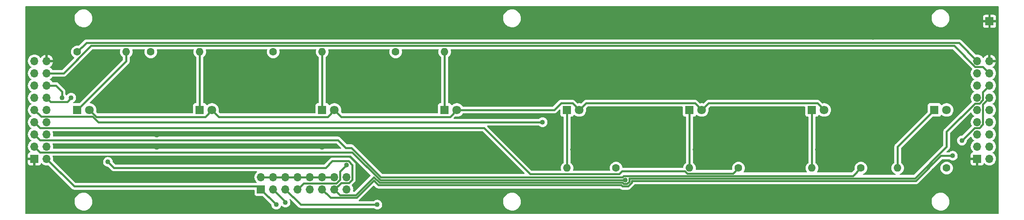
<source format=gbr>
%TF.GenerationSoftware,KiCad,Pcbnew,7.0.2*%
%TF.CreationDate,2024-06-24T19:43:42-07:00*%
%TF.ProjectId,Score-Board-LinInd,53636f72-652d-4426-9f61-72642d4c696e,1*%
%TF.SameCoordinates,Original*%
%TF.FileFunction,Copper,L1,Top*%
%TF.FilePolarity,Positive*%
%FSLAX46Y46*%
G04 Gerber Fmt 4.6, Leading zero omitted, Abs format (unit mm)*
G04 Created by KiCad (PCBNEW 7.0.2) date 2024-06-24 19:43:42*
%MOMM*%
%LPD*%
G01*
G04 APERTURE LIST*
%TA.AperFunction,ComponentPad*%
%ADD10C,1.600000*%
%TD*%
%TA.AperFunction,ComponentPad*%
%ADD11O,1.600000X1.600000*%
%TD*%
%TA.AperFunction,ComponentPad*%
%ADD12R,1.800000X1.800000*%
%TD*%
%TA.AperFunction,ComponentPad*%
%ADD13C,1.800000*%
%TD*%
%TA.AperFunction,ComponentPad*%
%ADD14R,1.700000X1.700000*%
%TD*%
%TA.AperFunction,ComponentPad*%
%ADD15O,1.700000X1.700000*%
%TD*%
%TA.AperFunction,ViaPad*%
%ADD16C,1.270000*%
%TD*%
%TA.AperFunction,ViaPad*%
%ADD17C,1.016000*%
%TD*%
%TA.AperFunction,Conductor*%
%ADD18C,0.381000*%
%TD*%
%TA.AperFunction,Conductor*%
%ADD19C,0.889000*%
%TD*%
G04 APERTURE END LIST*
D10*
%TO.P,R8,1*%
%TO.N,/SD.A*%
X227667500Y-122863000D03*
D11*
%TO.P,R8,2*%
%TO.N,/SDA.A*%
X217507500Y-122863000D03*
%TD*%
D10*
%TO.P,R7,1*%
%TO.N,/SD.B*%
X209887500Y-122863000D03*
D11*
%TO.P,R7,2*%
%TO.N,/SDA.B*%
X199727500Y-122863000D03*
%TD*%
D10*
%TO.P,R6,1*%
%TO.N,/SD.C*%
X184487500Y-122863000D03*
D11*
%TO.P,R6,2*%
%TO.N,/SDA.C*%
X174327500Y-122863000D03*
%TD*%
D10*
%TO.P,R5,1*%
%TO.N,/SD.D*%
X159087500Y-122863000D03*
D11*
%TO.P,R5,2*%
%TO.N,/SDA.D*%
X148927500Y-122863000D03*
%TD*%
D10*
%TO.P,R4,1*%
%TO.N,/SD.E*%
X113367500Y-98733000D03*
D11*
%TO.P,R4,2*%
%TO.N,/SDA.E*%
X123527500Y-98733000D03*
%TD*%
D10*
%TO.P,R3,1*%
%TO.N,/SD.F*%
X87967500Y-98733000D03*
D11*
%TO.P,R3,2*%
%TO.N,/SDA.F*%
X98127500Y-98733000D03*
%TD*%
D10*
%TO.P,R2,1*%
%TO.N,/SD.G*%
X62567500Y-98733000D03*
D11*
%TO.P,R2,2*%
%TO.N,/SDA.G*%
X72727500Y-98733000D03*
%TD*%
D10*
%TO.P,R1,1*%
%TO.N,/SD.P*%
X47327500Y-98733000D03*
D11*
%TO.P,R1,2*%
%TO.N,/SDA.P*%
X57487500Y-98733000D03*
%TD*%
D12*
%TO.P,LED8,1,K*%
%TO.N,/SDA.A*%
X225127500Y-110798000D03*
D13*
%TO.P,LED8,2,A*%
%TO.N,Net-(J1-Pin_10)*%
X227667500Y-110798000D03*
%TD*%
D12*
%TO.P,LED7,1,K*%
%TO.N,/SDA.B*%
X199727500Y-110798000D03*
D13*
%TO.P,LED7,2,A*%
%TO.N,Net-(J1-Pin_10)*%
X202267500Y-110798000D03*
%TD*%
D12*
%TO.P,LED6,1,K*%
%TO.N,/SDA.C*%
X174327500Y-110798000D03*
D13*
%TO.P,LED6,2,A*%
%TO.N,Net-(J1-Pin_10)*%
X176867500Y-110798000D03*
%TD*%
D12*
%TO.P,LED5,1,K*%
%TO.N,/SDA.D*%
X148927500Y-110798000D03*
D13*
%TO.P,LED5,2,A*%
%TO.N,Net-(J1-Pin_10)*%
X151467500Y-110798000D03*
%TD*%
D12*
%TO.P,LED4,1,K*%
%TO.N,/SDA.E*%
X123527500Y-110798000D03*
D13*
%TO.P,LED4,2,A*%
%TO.N,Net-(J1-Pin_10)*%
X126067500Y-110798000D03*
%TD*%
D12*
%TO.P,LED3,1,K*%
%TO.N,/SDA.F*%
X98127500Y-110798000D03*
D13*
%TO.P,LED3,2,A*%
%TO.N,Net-(J1-Pin_10)*%
X100667500Y-110798000D03*
%TD*%
D12*
%TO.P,LED2,1,K*%
%TO.N,/SDA.G*%
X72727500Y-110798000D03*
D13*
%TO.P,LED2,2,A*%
%TO.N,Net-(J1-Pin_10)*%
X75267500Y-110798000D03*
%TD*%
D12*
%TO.P,LED1,1,K*%
%TO.N,/SDA.P*%
X47327500Y-110798000D03*
D13*
%TO.P,LED1,2,A*%
%TO.N,Net-(J1-Pin_10)*%
X49867500Y-110798000D03*
%TD*%
D14*
%TO.P,J3,1,Pin_1*%
%TO.N,GND*%
X234012500Y-120948000D03*
D15*
%TO.P,J3,2,Pin_2*%
%TO.N,/DD.A10*%
X236552500Y-120948000D03*
%TO.P,J3,3,Pin_3*%
%TO.N,/SD.A*%
X234012500Y-118408000D03*
%TO.P,J3,4,Pin_4*%
%TO.N,/DD.A01*%
X236552500Y-118408000D03*
%TO.P,J3,5,Pin_5*%
%TO.N,/SD.B*%
X234012500Y-115868000D03*
%TO.P,J3,6,Pin_6*%
%TO.N,/DD.B10*%
X236552500Y-115868000D03*
%TO.P,J3,7,Pin_7*%
%TO.N,/SD.C*%
X234012500Y-113328000D03*
%TO.P,J3,8,Pin_8*%
%TO.N,/DD.B01*%
X236552500Y-113328000D03*
%TO.P,J3,9,Pin_9*%
%TO.N,/SD.D*%
X234012500Y-110788000D03*
%TO.P,J3,10,Pin_10*%
%TO.N,/DD.C10*%
X236552500Y-110788000D03*
%TO.P,J3,11,Pin_11*%
%TO.N,/SD.E*%
X234012500Y-108248000D03*
%TO.P,J3,12,Pin_12*%
%TO.N,/DD.C01*%
X236552500Y-108248000D03*
%TO.P,J3,13,Pin_13*%
%TO.N,/SD.F*%
X234012500Y-105708000D03*
%TO.P,J3,14,Pin_14*%
%TO.N,/DD.IND*%
X236552500Y-105708000D03*
%TO.P,J3,15,Pin_15*%
%TO.N,/SD.G*%
X234012500Y-103168000D03*
%TO.P,J3,16,Pin_16*%
%TO.N,Net-(J2-Pin_16)*%
X236552500Y-103168000D03*
%TO.P,J3,17,Pin_17*%
%TO.N,/SD.P*%
X234012500Y-100628000D03*
%TO.P,J3,18,Pin_18*%
%TO.N,GND*%
X236552500Y-100628000D03*
%TD*%
D14*
%TO.P,J2,1,Pin_1*%
%TO.N,GND*%
X38432500Y-120948000D03*
D15*
%TO.P,J2,2,Pin_2*%
%TO.N,/DD.A10*%
X40972500Y-120948000D03*
%TO.P,J2,3,Pin_3*%
%TO.N,/SD.A*%
X38432500Y-118408000D03*
%TO.P,J2,4,Pin_4*%
%TO.N,/DD.A01*%
X40972500Y-118408000D03*
%TO.P,J2,5,Pin_5*%
%TO.N,/SD.B*%
X38432500Y-115868000D03*
%TO.P,J2,6,Pin_6*%
%TO.N,/DD.B10*%
X40972500Y-115868000D03*
%TO.P,J2,7,Pin_7*%
%TO.N,/SD.C*%
X38432500Y-113328000D03*
%TO.P,J2,8,Pin_8*%
%TO.N,/DD.B01*%
X40972500Y-113328000D03*
%TO.P,J2,9,Pin_9*%
%TO.N,/SD.D*%
X38432500Y-110788000D03*
%TO.P,J2,10,Pin_10*%
%TO.N,/DD.C10*%
X40972500Y-110788000D03*
%TO.P,J2,11,Pin_11*%
%TO.N,/SD.E*%
X38432500Y-108248000D03*
%TO.P,J2,12,Pin_12*%
%TO.N,/DD.C01*%
X40972500Y-108248000D03*
%TO.P,J2,13,Pin_13*%
%TO.N,/SD.F*%
X38432500Y-105708000D03*
%TO.P,J2,14,Pin_14*%
%TO.N,/DD.IND*%
X40972500Y-105708000D03*
%TO.P,J2,15,Pin_15*%
%TO.N,/SD.G*%
X38432500Y-103168000D03*
%TO.P,J2,16,Pin_16*%
%TO.N,Net-(J2-Pin_16)*%
X40972500Y-103168000D03*
%TO.P,J2,17,Pin_17*%
%TO.N,/SD.P*%
X38432500Y-100628000D03*
%TO.P,J2,18,Pin_18*%
%TO.N,GND*%
X40972500Y-100628000D03*
%TD*%
D14*
%TO.P,J1,1,Pin_1*%
%TO.N,/DD.A10*%
X85427500Y-127308000D03*
D15*
%TO.P,J1,2,Pin_2*%
%TO.N,Net-(J1-Pin_10)*%
X85427500Y-124768000D03*
%TO.P,J1,3,Pin_3*%
%TO.N,/DD.A01*%
X87967500Y-127308000D03*
%TO.P,J1,4,Pin_4*%
%TO.N,Net-(J1-Pin_10)*%
X87967500Y-124768000D03*
%TO.P,J1,5,Pin_5*%
%TO.N,/DD.B10*%
X90507500Y-127308000D03*
%TO.P,J1,6,Pin_6*%
%TO.N,Net-(J1-Pin_10)*%
X90507500Y-124768000D03*
%TO.P,J1,7,Pin_7*%
%TO.N,/DD.B01*%
X93047500Y-127308000D03*
%TO.P,J1,8,Pin_8*%
%TO.N,Net-(J1-Pin_10)*%
X93047500Y-124768000D03*
%TO.P,J1,9,Pin_9*%
%TO.N,/DD.C10*%
X95587500Y-127308000D03*
%TO.P,J1,10,Pin_10*%
%TO.N,Net-(J1-Pin_10)*%
X95587500Y-124768000D03*
%TO.P,J1,11,Pin_11*%
%TO.N,/DD.C01*%
X98127500Y-127308000D03*
%TO.P,J1,12,Pin_12*%
%TO.N,Net-(J1-Pin_10)*%
X98127500Y-124768000D03*
%TO.P,J1,13,Pin_13*%
%TO.N,/DD.IND*%
X100667500Y-127308000D03*
%TO.P,J1,14,Pin_14*%
%TO.N,Net-(J1-Pin_10)*%
X100667500Y-124768000D03*
%TO.P,J1,15,Pin_15*%
%TO.N,unconnected-(J1-Pin_15-Pad15)*%
X103207500Y-127308000D03*
%TO.P,J1,16,Pin_16*%
%TO.N,unconnected-(J1-Pin_16-Pad16)*%
X103207500Y-124768000D03*
%TD*%
D14*
%TO.P,GND1,1,Pin_1*%
%TO.N,GND*%
X236557500Y-92383000D03*
%TD*%
D16*
%TO.N,GND*%
X98127500Y-120958000D03*
X98127500Y-118418000D03*
X63837500Y-118418000D03*
X63837500Y-121593000D03*
X63837500Y-115878000D03*
X53042500Y-102543000D03*
X70187500Y-102543000D03*
X79077500Y-102543000D03*
X91777500Y-102543000D03*
X103842500Y-102543000D03*
X120987500Y-102543000D03*
X125432500Y-102543000D03*
X134322500Y-119053000D03*
X138132500Y-119053000D03*
X147657500Y-119053000D03*
X150197500Y-119053000D03*
X173057500Y-119053000D03*
X175597500Y-119053000D03*
X198457500Y-119053000D03*
X200997500Y-119053000D03*
X225127500Y-123498000D03*
X225127500Y-119053000D03*
D17*
X212427500Y-99368000D03*
X212427500Y-95748000D03*
%TO.N,/DD.C01*%
X46057500Y-108258000D03*
%TO.N,/SD.D*%
X143847500Y-113338000D03*
%TO.N,/DD.IND*%
X53677500Y-121593000D03*
X44152500Y-108258000D03*
%TO.N,/SD.A*%
X160992500Y-125340000D03*
%TO.N,/DD.A10*%
X88602500Y-130483000D03*
%TO.N,/DD.C01*%
X230842500Y-117148000D03*
X228937500Y-120323000D03*
%TO.N,/DD.B10*%
X109557500Y-130483000D03*
%TO.N,/DD.B01*%
X103207500Y-122228000D03*
%TO.N,/DD.A01*%
X90507500Y-130038000D03*
%TD*%
D18*
%TO.N,/DD.C01*%
X235180000Y-109620500D02*
X236552500Y-108248000D01*
X235180000Y-113811595D02*
X235180000Y-109620500D01*
X233495000Y-114495500D02*
X234496095Y-114495500D01*
X230842500Y-117148000D02*
X233495000Y-114495500D01*
X234496095Y-114495500D02*
X235180000Y-113811595D01*
%TO.N,/DD.IND*%
X235180000Y-107080500D02*
X236552500Y-105708000D01*
X235180000Y-108731595D02*
X235180000Y-107080500D01*
X234496095Y-109415500D02*
X235180000Y-108731595D01*
X233528905Y-109415500D02*
X234496095Y-109415500D01*
X227667500Y-115276905D02*
X233528905Y-109415500D01*
X227667500Y-118418000D02*
X227667500Y-115276905D01*
X221089001Y-124996499D02*
X227667500Y-118418000D01*
X161816434Y-124996500D02*
X221089001Y-124996499D01*
X161818000Y-124998066D02*
X161816434Y-124996500D01*
X161818000Y-125681934D02*
X161818000Y-124998066D01*
X160650566Y-126165500D02*
X161334434Y-126165500D01*
X109982080Y-125911000D02*
X160396066Y-125911000D01*
X108839080Y-124768000D02*
X109982080Y-125911000D01*
X160396066Y-125911000D02*
X160650566Y-126165500D01*
X105131580Y-128475500D02*
X108839080Y-124768000D01*
X101835000Y-128475500D02*
X105131580Y-128475500D01*
X161334434Y-126165500D02*
X161818000Y-125681934D01*
X100667500Y-127308000D02*
X101835000Y-128475500D01*
%TO.N,/DD.A10*%
X46697500Y-126673000D02*
X40972500Y-120948000D01*
X84792500Y-126673000D02*
X46697500Y-126673000D01*
X85427500Y-127308000D02*
X84792500Y-126673000D01*
%TO.N,/DD.IND*%
X54898595Y-122814095D02*
X53677500Y-121593000D01*
X103549434Y-121402500D02*
X100223000Y-121402500D01*
X104375000Y-122228066D02*
X103549434Y-121402500D01*
X104375000Y-125251595D02*
X104375000Y-122228066D01*
X103691095Y-125935500D02*
X104375000Y-125251595D01*
X98811405Y-122814095D02*
X54898595Y-122814095D01*
X100667500Y-127308000D02*
X102040000Y-125935500D01*
X102040000Y-125935500D02*
X103691095Y-125935500D01*
X100223000Y-121402500D02*
X98811405Y-122814095D01*
D19*
%TO.N,GND*%
X113367500Y-102543000D02*
X120987500Y-102543000D01*
X103842500Y-102543000D02*
X113367500Y-102543000D01*
X79077500Y-102543000D02*
X91777500Y-102543000D01*
D18*
%TO.N,/DD.C01*%
X226480920Y-120323000D02*
X228937500Y-120323000D01*
X162326000Y-125504500D02*
X221299421Y-125504499D01*
X162326000Y-125892354D02*
X162326000Y-125504500D01*
X109771660Y-126419000D02*
X160185646Y-126419000D01*
X108839080Y-125486420D02*
X109771660Y-126419000D01*
X105322703Y-129002797D02*
X108839080Y-125486420D01*
X161544855Y-126673499D02*
X162326000Y-125892354D01*
X99822297Y-129002797D02*
X105322703Y-129002797D01*
X98127500Y-127308000D02*
X99822297Y-129002797D01*
X221299421Y-125504499D02*
X226480920Y-120323000D01*
X160185646Y-126419000D02*
X160440146Y-126673500D01*
X160440146Y-126673500D02*
X161544855Y-126673499D01*
%TO.N,Net-(J2-Pin_16)*%
X229196405Y-97463000D02*
X50177884Y-97463000D01*
X44472884Y-103168000D02*
X40972500Y-103168000D01*
X233528905Y-101795500D02*
X229196405Y-97463000D01*
X50177884Y-97463000D02*
X44472884Y-103168000D01*
X236552500Y-103168000D02*
X235180000Y-101795500D01*
X235180000Y-101795500D02*
X233528905Y-101795500D01*
%TO.N,/SD.P*%
X49232500Y-96828000D02*
X47327500Y-98733000D01*
X230212500Y-96828000D02*
X49232500Y-96828000D01*
X234012500Y-100628000D02*
X230212500Y-96828000D01*
%TO.N,/DD.C01*%
X41822500Y-109098000D02*
X45217500Y-109098000D01*
X45217500Y-109098000D02*
X46057500Y-108258000D01*
X40972500Y-108248000D02*
X41822500Y-109098000D01*
%TO.N,/SD.D*%
X51689080Y-113338000D02*
X143847500Y-113338000D01*
X50511580Y-112160500D02*
X51689080Y-113338000D01*
X39805000Y-112160500D02*
X50511580Y-112160500D01*
X38432500Y-110788000D02*
X39805000Y-112160500D01*
%TO.N,/DD.IND*%
X42872500Y-105708000D02*
X40972500Y-105708000D01*
X44152500Y-106988000D02*
X42872500Y-105708000D01*
X44152500Y-108258000D02*
X44152500Y-106988000D01*
%TO.N,/DD.B01*%
X94317500Y-126038000D02*
X93047500Y-127308000D01*
X101048595Y-126038000D02*
X94317500Y-126038000D01*
X101835000Y-125251595D02*
X101048595Y-126038000D01*
X101835000Y-123600500D02*
X101835000Y-125251595D01*
X103207500Y-122228000D02*
X101835000Y-123600500D01*
%TO.N,/SD.B*%
X208262000Y-124488500D02*
X209887500Y-122863000D01*
X160676566Y-124488500D02*
X208262000Y-124488500D01*
X110275920Y-124768000D02*
X160397066Y-124768000D01*
X104150074Y-118642154D02*
X110275920Y-124768000D01*
X160397066Y-124768000D02*
X160676566Y-124488500D01*
X102983346Y-118642154D02*
X104150074Y-118642154D01*
%TO.N,/SD.C*%
X183370000Y-123980500D02*
X184487500Y-122863000D01*
X141307500Y-124133000D02*
X159722500Y-124133000D01*
X159722500Y-124133000D02*
X160357500Y-123498000D01*
X173382116Y-123498000D02*
X173864616Y-123980500D01*
X131670000Y-114495500D02*
X141307500Y-124133000D01*
X39600000Y-114495500D02*
X131670000Y-114495500D01*
X160357500Y-123498000D02*
X173382116Y-123498000D01*
X173864616Y-123980500D02*
X183370000Y-123980500D01*
X38432500Y-113328000D02*
X39600000Y-114495500D01*
%TO.N,/SD.B*%
X101376692Y-117035500D02*
X102983346Y-118642154D01*
X39600000Y-117035500D02*
X101376692Y-117035500D01*
X38432500Y-115868000D02*
X39600000Y-117035500D01*
%TO.N,/SD.A*%
X110192500Y-125403000D02*
X104365000Y-119575500D01*
X160929500Y-125403000D02*
X110192500Y-125403000D01*
X160992500Y-125340000D02*
X160929500Y-125403000D01*
X104365000Y-119575500D02*
X39600000Y-119575500D01*
X39600000Y-119575500D02*
X38432500Y-118408000D01*
%TO.N,/DD.B10*%
X109557500Y-130483000D02*
X93682500Y-130483000D01*
X93682500Y-130483000D02*
X90507500Y-127308000D01*
%TO.N,/DD.A01*%
X90507500Y-129848000D02*
X87967500Y-127308000D01*
X90507500Y-130038000D02*
X90507500Y-129848000D01*
%TO.N,/DD.A10*%
X85427500Y-127308000D02*
X88602500Y-130483000D01*
%TO.N,Net-(J1-Pin_10)*%
X85427500Y-124768000D02*
X87967500Y-124768000D01*
X87967500Y-124768000D02*
X100667500Y-124768000D01*
X200859500Y-109390000D02*
X202267500Y-110798000D01*
X178275500Y-109390000D02*
X200859500Y-109390000D01*
X176867500Y-110798000D02*
X178275500Y-109390000D01*
X175459500Y-109390000D02*
X176867500Y-110798000D01*
X152875500Y-109390000D02*
X175459500Y-109390000D01*
X151467500Y-110798000D02*
X152875500Y-109390000D01*
X150059500Y-109390000D02*
X151467500Y-110798000D01*
X146260500Y-110798000D02*
X147668500Y-109390000D01*
X147668500Y-109390000D02*
X150059500Y-109390000D01*
X126067500Y-110798000D02*
X146260500Y-110798000D01*
X102075500Y-112206000D02*
X124659500Y-112206000D01*
X100667500Y-110798000D02*
X102075500Y-112206000D01*
X124659500Y-112206000D02*
X126067500Y-110798000D01*
X76675500Y-112206000D02*
X99259500Y-112206000D01*
X75267500Y-110798000D02*
X76675500Y-112206000D01*
X99259500Y-112206000D02*
X100667500Y-110798000D01*
X73859500Y-112206000D02*
X75267500Y-110798000D01*
X51275500Y-112206000D02*
X73859500Y-112206000D01*
X49867500Y-110798000D02*
X51275500Y-112206000D01*
%TO.N,/SDA.A*%
X217507500Y-122863000D02*
X217507500Y-118418000D01*
X217507500Y-118418000D02*
X225127500Y-110798000D01*
%TO.N,/SDA.B*%
X199727500Y-122863000D02*
X199727500Y-110798000D01*
%TO.N,/SDA.C*%
X174327500Y-122863000D02*
X174327500Y-110798000D01*
%TO.N,/SDA.D*%
X148927500Y-122863000D02*
X148927500Y-110798000D01*
%TO.N,/SDA.E*%
X123527500Y-98733000D02*
X123527500Y-110798000D01*
%TO.N,/SDA.F*%
X98127500Y-98733000D02*
X98127500Y-110798000D01*
%TO.N,/SDA.G*%
X72727500Y-98733000D02*
X72727500Y-110798000D01*
%TO.N,/SDA.P*%
X57487500Y-100638000D02*
X47327500Y-110798000D01*
X57487500Y-98733000D02*
X57487500Y-100638000D01*
%TD*%
%TA.AperFunction,Conductor*%
%TO.N,GND*%
G36*
X104094455Y-120286185D02*
G01*
X104115097Y-120302819D01*
X108133387Y-124321109D01*
X108166872Y-124382432D01*
X108161888Y-124452124D01*
X108133387Y-124496471D01*
X104881677Y-127748181D01*
X104820354Y-127781666D01*
X104793996Y-127784500D01*
X104639563Y-127784500D01*
X104572524Y-127764815D01*
X104526769Y-127712011D01*
X104516825Y-127642853D01*
X104519788Y-127628406D01*
X104542563Y-127543408D01*
X104563159Y-127308000D01*
X104542563Y-127072592D01*
X104481403Y-126844337D01*
X104381535Y-126630171D01*
X104273229Y-126475494D01*
X104250903Y-126409289D01*
X104267913Y-126341522D01*
X104287121Y-126316694D01*
X104846209Y-125757605D01*
X104851628Y-125752503D01*
X104896020Y-125713178D01*
X104929714Y-125664360D01*
X104934120Y-125658372D01*
X104970688Y-125611700D01*
X104974730Y-125602717D01*
X104985748Y-125583183D01*
X104991344Y-125575077D01*
X105012368Y-125519636D01*
X105015223Y-125512745D01*
X105039558Y-125458680D01*
X105041332Y-125448992D01*
X105047357Y-125427379D01*
X105050848Y-125418177D01*
X105057991Y-125359340D01*
X105059117Y-125351940D01*
X105069805Y-125293623D01*
X105066226Y-125234455D01*
X105066000Y-125226968D01*
X105066000Y-123761181D01*
X105066000Y-122252669D01*
X105066223Y-122245249D01*
X105069806Y-122186038D01*
X105059114Y-122127702D01*
X105057989Y-122120302D01*
X105050848Y-122061484D01*
X105047362Y-122052294D01*
X105041331Y-122030660D01*
X105039558Y-122020983D01*
X105024036Y-121986495D01*
X105015224Y-121966914D01*
X105012360Y-121959999D01*
X104991344Y-121904584D01*
X104985751Y-121896481D01*
X104974724Y-121876928D01*
X104970688Y-121867961D01*
X104934140Y-121821311D01*
X104929700Y-121815277D01*
X104896020Y-121766483D01*
X104851638Y-121727164D01*
X104846185Y-121722030D01*
X104055461Y-120931305D01*
X104050327Y-120925852D01*
X104011016Y-120881479D01*
X103962227Y-120847803D01*
X103956193Y-120843363D01*
X103909538Y-120806811D01*
X103900566Y-120802773D01*
X103881019Y-120791749D01*
X103872916Y-120786156D01*
X103872916Y-120786155D01*
X103817478Y-120765130D01*
X103810577Y-120762272D01*
X103810568Y-120762268D01*
X103756519Y-120737943D01*
X103756517Y-120737942D01*
X103748745Y-120736518D01*
X103746832Y-120736167D01*
X103725222Y-120730143D01*
X103716017Y-120726652D01*
X103657169Y-120719506D01*
X103649766Y-120718379D01*
X103591463Y-120707695D01*
X103591462Y-120707695D01*
X103540330Y-120710787D01*
X103532295Y-120711274D01*
X103524808Y-120711500D01*
X100247626Y-120711500D01*
X100240139Y-120711274D01*
X100232103Y-120710787D01*
X100180972Y-120707695D01*
X100180971Y-120707695D01*
X100122668Y-120718379D01*
X100115266Y-120719505D01*
X100056418Y-120726652D01*
X100056416Y-120726652D01*
X100056413Y-120726653D01*
X100047203Y-120730145D01*
X100025604Y-120736166D01*
X100015917Y-120737941D01*
X99961864Y-120762268D01*
X99954950Y-120765132D01*
X99899515Y-120786156D01*
X99891409Y-120791752D01*
X99871875Y-120802769D01*
X99862895Y-120806812D01*
X99862893Y-120806813D01*
X99862894Y-120806813D01*
X99816239Y-120843364D01*
X99810208Y-120847801D01*
X99761417Y-120881479D01*
X99722098Y-120925860D01*
X99716965Y-120931312D01*
X98561502Y-122086776D01*
X98500179Y-122120261D01*
X98473821Y-122123095D01*
X55236179Y-122123095D01*
X55169140Y-122103410D01*
X55148498Y-122086776D01*
X54726203Y-121664481D01*
X54692718Y-121603158D01*
X54690482Y-121588962D01*
X54671408Y-121395299D01*
X54613741Y-121205196D01*
X54520095Y-121029996D01*
X54394068Y-120876432D01*
X54240504Y-120750405D01*
X54240503Y-120750404D01*
X54142461Y-120698000D01*
X54065304Y-120656759D01*
X53875201Y-120599092D01*
X53875198Y-120599091D01*
X53677500Y-120579620D01*
X53479801Y-120599091D01*
X53420098Y-120617202D01*
X53289696Y-120656759D01*
X53289692Y-120656760D01*
X53289692Y-120656761D01*
X53114496Y-120750404D01*
X52960932Y-120876432D01*
X52834904Y-121029996D01*
X52766569Y-121157844D01*
X52741259Y-121205196D01*
X52707372Y-121316908D01*
X52683591Y-121395301D01*
X52664120Y-121593000D01*
X52683591Y-121790698D01*
X52683592Y-121790701D01*
X52741259Y-121980804D01*
X52772947Y-122040089D01*
X52834468Y-122155188D01*
X52834905Y-122156004D01*
X52960932Y-122309568D01*
X53114496Y-122435595D01*
X53289696Y-122529241D01*
X53479799Y-122586908D01*
X53673455Y-122605981D01*
X53738241Y-122632142D01*
X53748981Y-122641703D01*
X54392574Y-123285296D01*
X54397694Y-123290734D01*
X54437012Y-123335115D01*
X54443171Y-123339366D01*
X54485809Y-123368798D01*
X54491828Y-123373227D01*
X54514485Y-123390977D01*
X54538487Y-123409782D01*
X54538488Y-123409782D01*
X54538489Y-123409783D01*
X54547465Y-123413822D01*
X54567012Y-123424847D01*
X54575113Y-123430439D01*
X54630537Y-123451458D01*
X54637446Y-123454320D01*
X54691510Y-123478652D01*
X54701197Y-123480427D01*
X54722803Y-123486450D01*
X54732013Y-123489943D01*
X54790863Y-123497088D01*
X54798236Y-123498210D01*
X54856567Y-123508900D01*
X54915733Y-123505321D01*
X54923221Y-123505095D01*
X84483313Y-123505095D01*
X84550352Y-123524780D01*
X84596107Y-123577584D01*
X84606051Y-123646742D01*
X84577026Y-123710298D01*
X84559506Y-123726097D01*
X84389005Y-123896598D01*
X84253465Y-124090170D01*
X84153597Y-124304336D01*
X84092436Y-124532592D01*
X84071840Y-124768000D01*
X84092436Y-125003407D01*
X84137209Y-125170501D01*
X84153597Y-125231663D01*
X84253465Y-125445830D01*
X84389005Y-125639401D01*
X84389008Y-125639404D01*
X84510930Y-125761326D01*
X84544415Y-125822649D01*
X84539431Y-125892341D01*
X84497559Y-125948274D01*
X84466588Y-125965187D01*
X84450673Y-125971123D01*
X84442477Y-125974180D01*
X84399141Y-125982000D01*
X47035083Y-125982000D01*
X46968044Y-125962315D01*
X46947402Y-125945681D01*
X42332313Y-121330591D01*
X42298828Y-121269268D01*
X42300219Y-121210816D01*
X42303653Y-121198000D01*
X42307563Y-121183408D01*
X42328159Y-120948000D01*
X42307563Y-120712592D01*
X42246403Y-120484337D01*
X42227083Y-120442905D01*
X42216591Y-120373828D01*
X42245111Y-120310044D01*
X42303587Y-120271804D01*
X42339465Y-120266500D01*
X104027416Y-120266500D01*
X104094455Y-120286185D01*
G37*
%TD.AperFunction*%
%TA.AperFunction,Conductor*%
G36*
X56201704Y-98173685D02*
G01*
X56247459Y-98226489D01*
X56257403Y-98295647D01*
X56254440Y-98310093D01*
X56201864Y-98506308D01*
X56182031Y-98733000D01*
X56201864Y-98959689D01*
X56260761Y-99179497D01*
X56356932Y-99385735D01*
X56487453Y-99572140D01*
X56648358Y-99733045D01*
X56648361Y-99733047D01*
X56743623Y-99799749D01*
X56787248Y-99854325D01*
X56796500Y-99901324D01*
X56796500Y-100300415D01*
X56776815Y-100367454D01*
X56760181Y-100388096D01*
X47787095Y-109361181D01*
X47725772Y-109394666D01*
X47699414Y-109397500D01*
X46560066Y-109397500D01*
X46493027Y-109377815D01*
X46447272Y-109325011D01*
X46437328Y-109255853D01*
X46466353Y-109192297D01*
X46501607Y-109164146D01*
X46620504Y-109100595D01*
X46774068Y-108974568D01*
X46900095Y-108821004D01*
X46993741Y-108645804D01*
X47051408Y-108455701D01*
X47070880Y-108258000D01*
X47051408Y-108060299D01*
X46993741Y-107870196D01*
X46900095Y-107694996D01*
X46774068Y-107541432D01*
X46620504Y-107415405D01*
X46620503Y-107415404D01*
X46525890Y-107364833D01*
X46445304Y-107321759D01*
X46255201Y-107264092D01*
X46255198Y-107264091D01*
X46057500Y-107244620D01*
X45859801Y-107264091D01*
X45796431Y-107283314D01*
X45669696Y-107321759D01*
X45669692Y-107321760D01*
X45669692Y-107321761D01*
X45494496Y-107415404D01*
X45340932Y-107541432D01*
X45214900Y-107695001D01*
X45214353Y-107696026D01*
X45212571Y-107697838D01*
X45207157Y-107704437D01*
X45206566Y-107703952D01*
X45165388Y-107745867D01*
X45097249Y-107761324D01*
X45031571Y-107737488D01*
X45002897Y-107704392D01*
X45002843Y-107704437D01*
X45001168Y-107702396D01*
X44995639Y-107696015D01*
X44995095Y-107694996D01*
X44995092Y-107694992D01*
X44871647Y-107544574D01*
X44844334Y-107480264D01*
X44843500Y-107465909D01*
X44843500Y-107012624D01*
X44843726Y-107005137D01*
X44845062Y-106983045D01*
X44847305Y-106945971D01*
X44836613Y-106887630D01*
X44835494Y-106880276D01*
X44828348Y-106821418D01*
X44824855Y-106812208D01*
X44818832Y-106790602D01*
X44817057Y-106780915D01*
X44792725Y-106726851D01*
X44789861Y-106719936D01*
X44768844Y-106664518D01*
X44763252Y-106656417D01*
X44752227Y-106636870D01*
X44748188Y-106627894D01*
X44748187Y-106627893D01*
X44748187Y-106627892D01*
X44729382Y-106603890D01*
X44711632Y-106581233D01*
X44707203Y-106575214D01*
X44694719Y-106557129D01*
X44673520Y-106526417D01*
X44629139Y-106487099D01*
X44623701Y-106481979D01*
X43378527Y-105236805D01*
X43373393Y-105231352D01*
X43334082Y-105186979D01*
X43285293Y-105153303D01*
X43279259Y-105148863D01*
X43232604Y-105112311D01*
X43223632Y-105108273D01*
X43204085Y-105097249D01*
X43195982Y-105091656D01*
X43195981Y-105091656D01*
X43140544Y-105070630D01*
X43133643Y-105067772D01*
X43079583Y-105043442D01*
X43071811Y-105042018D01*
X43069898Y-105041667D01*
X43048288Y-105035643D01*
X43039083Y-105032152D01*
X42980235Y-105025006D01*
X42972832Y-105023879D01*
X42914529Y-105013195D01*
X42914528Y-105013195D01*
X42863396Y-105016287D01*
X42855361Y-105016774D01*
X42847874Y-105017000D01*
X42201863Y-105017000D01*
X42134824Y-104997315D01*
X42100288Y-104964123D01*
X42010994Y-104836598D01*
X41843901Y-104669505D01*
X41843900Y-104669504D01*
X41658339Y-104539573D01*
X41614716Y-104484998D01*
X41607522Y-104415500D01*
X41639045Y-104353145D01*
X41658337Y-104336428D01*
X41843901Y-104206495D01*
X42010995Y-104039401D01*
X42100288Y-103911876D01*
X42154865Y-103868252D01*
X42201863Y-103859000D01*
X44448258Y-103859000D01*
X44455745Y-103859226D01*
X44514912Y-103862805D01*
X44514912Y-103862804D01*
X44514914Y-103862805D01*
X44573220Y-103852119D01*
X44580609Y-103850994D01*
X44639466Y-103843848D01*
X44648674Y-103840355D01*
X44670282Y-103834332D01*
X44679969Y-103832557D01*
X44734045Y-103808218D01*
X44740929Y-103805368D01*
X44796366Y-103784344D01*
X44804469Y-103778750D01*
X44824021Y-103767723D01*
X44832989Y-103763688D01*
X44879660Y-103727122D01*
X44885653Y-103722711D01*
X44934467Y-103689020D01*
X44973786Y-103644635D01*
X44978887Y-103639217D01*
X50427786Y-98190319D01*
X50489110Y-98156834D01*
X50515468Y-98154000D01*
X56134665Y-98154000D01*
X56201704Y-98173685D01*
G37*
%TD.AperFunction*%
%TA.AperFunction,Conductor*%
G36*
X61281704Y-98173685D02*
G01*
X61327459Y-98226489D01*
X61337403Y-98295647D01*
X61334440Y-98310093D01*
X61281864Y-98506308D01*
X61262031Y-98733000D01*
X61281864Y-98959689D01*
X61340761Y-99179497D01*
X61436932Y-99385735D01*
X61567453Y-99572140D01*
X61728359Y-99733046D01*
X61914764Y-99863567D01*
X61914765Y-99863567D01*
X61914766Y-99863568D01*
X62121004Y-99959739D01*
X62340808Y-100018635D01*
X62491935Y-100031857D01*
X62567499Y-100038468D01*
X62567499Y-100038467D01*
X62567500Y-100038468D01*
X62794192Y-100018635D01*
X63013996Y-99959739D01*
X63220234Y-99863568D01*
X63406639Y-99733047D01*
X63567547Y-99572139D01*
X63698068Y-99385734D01*
X63794239Y-99179496D01*
X63853135Y-98959692D01*
X63872968Y-98733000D01*
X63853135Y-98506308D01*
X63800560Y-98310093D01*
X63802223Y-98240244D01*
X63841386Y-98182381D01*
X63905614Y-98154877D01*
X63920335Y-98154000D01*
X71374665Y-98154000D01*
X71441704Y-98173685D01*
X71487459Y-98226489D01*
X71497403Y-98295647D01*
X71494440Y-98310093D01*
X71441864Y-98506308D01*
X71422031Y-98733000D01*
X71441864Y-98959689D01*
X71500761Y-99179497D01*
X71596932Y-99385735D01*
X71727453Y-99572140D01*
X71888358Y-99733045D01*
X71888361Y-99733047D01*
X71983623Y-99799749D01*
X72027248Y-99854325D01*
X72036500Y-99901324D01*
X72036500Y-109273500D01*
X72016815Y-109340539D01*
X71964011Y-109386294D01*
X71912501Y-109397500D01*
X71782939Y-109397500D01*
X71782920Y-109397500D01*
X71779628Y-109397501D01*
X71776348Y-109397853D01*
X71776340Y-109397854D01*
X71720015Y-109403909D01*
X71585169Y-109454204D01*
X71469954Y-109540454D01*
X71383704Y-109655668D01*
X71333891Y-109789226D01*
X71333409Y-109790517D01*
X71327000Y-109850127D01*
X71327000Y-109853448D01*
X71327000Y-109853449D01*
X71327001Y-111391000D01*
X71307316Y-111458039D01*
X71254513Y-111503794D01*
X71203001Y-111515000D01*
X51613083Y-111515000D01*
X51546044Y-111495315D01*
X51525402Y-111478681D01*
X51267565Y-111220844D01*
X51234080Y-111159521D01*
X51235040Y-111102725D01*
X51253634Y-111029305D01*
X51272800Y-110798000D01*
X51253634Y-110566695D01*
X51196657Y-110341700D01*
X51103424Y-110129151D01*
X50976479Y-109934847D01*
X50819284Y-109764087D01*
X50636126Y-109621530D01*
X50432003Y-109511064D01*
X50431999Y-109511062D01*
X50431998Y-109511062D01*
X50212484Y-109435702D01*
X49982634Y-109397347D01*
X49919749Y-109366896D01*
X49883309Y-109307282D01*
X49884885Y-109237430D01*
X49915361Y-109187359D01*
X57958708Y-101144011D01*
X57964128Y-101138909D01*
X58008520Y-101099583D01*
X58042214Y-101050765D01*
X58046608Y-101044793D01*
X58083188Y-100998105D01*
X58087223Y-100989137D01*
X58098251Y-100969584D01*
X58103844Y-100961482D01*
X58124868Y-100906045D01*
X58127718Y-100899161D01*
X58152057Y-100845085D01*
X58153832Y-100835398D01*
X58159855Y-100813790D01*
X58163348Y-100804582D01*
X58170494Y-100745725D01*
X58171619Y-100738336D01*
X58182305Y-100680030D01*
X58178726Y-100620860D01*
X58178500Y-100613373D01*
X58178500Y-99901324D01*
X58198185Y-99834285D01*
X58231375Y-99799750D01*
X58326639Y-99733047D01*
X58487547Y-99572139D01*
X58618068Y-99385734D01*
X58714239Y-99179496D01*
X58773135Y-98959692D01*
X58792968Y-98733000D01*
X58773135Y-98506308D01*
X58720560Y-98310093D01*
X58722223Y-98240244D01*
X58761386Y-98182381D01*
X58825614Y-98154877D01*
X58840335Y-98154000D01*
X61214665Y-98154000D01*
X61281704Y-98173685D01*
G37*
%TD.AperFunction*%
%TA.AperFunction,Conductor*%
G36*
X86681704Y-98173685D02*
G01*
X86727459Y-98226489D01*
X86737403Y-98295647D01*
X86734440Y-98310093D01*
X86681864Y-98506308D01*
X86662031Y-98733000D01*
X86681864Y-98959689D01*
X86740761Y-99179497D01*
X86836932Y-99385735D01*
X86967453Y-99572140D01*
X87128359Y-99733046D01*
X87314764Y-99863567D01*
X87314765Y-99863567D01*
X87314766Y-99863568D01*
X87521004Y-99959739D01*
X87740808Y-100018635D01*
X87967500Y-100038468D01*
X88194192Y-100018635D01*
X88413996Y-99959739D01*
X88620234Y-99863568D01*
X88806639Y-99733047D01*
X88967547Y-99572139D01*
X89098068Y-99385734D01*
X89194239Y-99179496D01*
X89253135Y-98959692D01*
X89272968Y-98733000D01*
X89253135Y-98506308D01*
X89200560Y-98310093D01*
X89202223Y-98240244D01*
X89241386Y-98182381D01*
X89305614Y-98154877D01*
X89320335Y-98154000D01*
X96774665Y-98154000D01*
X96841704Y-98173685D01*
X96887459Y-98226489D01*
X96897403Y-98295647D01*
X96894440Y-98310093D01*
X96841864Y-98506308D01*
X96822031Y-98733000D01*
X96841864Y-98959689D01*
X96900761Y-99179497D01*
X96996932Y-99385735D01*
X97127453Y-99572140D01*
X97288358Y-99733045D01*
X97288361Y-99733047D01*
X97383623Y-99799749D01*
X97427248Y-99854325D01*
X97436500Y-99901324D01*
X97436500Y-109273500D01*
X97416815Y-109340539D01*
X97364011Y-109386294D01*
X97312501Y-109397500D01*
X97182939Y-109397500D01*
X97182920Y-109397500D01*
X97179628Y-109397501D01*
X97176348Y-109397853D01*
X97176340Y-109397854D01*
X97120015Y-109403909D01*
X96985169Y-109454204D01*
X96869954Y-109540454D01*
X96783704Y-109655668D01*
X96733891Y-109789226D01*
X96733409Y-109790517D01*
X96727000Y-109850127D01*
X96727000Y-109853448D01*
X96727000Y-109853449D01*
X96727001Y-111391000D01*
X96707316Y-111458039D01*
X96654513Y-111503794D01*
X96603001Y-111515000D01*
X77013083Y-111515000D01*
X76946044Y-111495315D01*
X76925402Y-111478681D01*
X76667565Y-111220844D01*
X76634080Y-111159521D01*
X76635040Y-111102725D01*
X76653634Y-111029305D01*
X76672800Y-110798000D01*
X76653634Y-110566695D01*
X76596657Y-110341700D01*
X76503424Y-110129151D01*
X76376479Y-109934847D01*
X76219284Y-109764087D01*
X76036126Y-109621530D01*
X75832003Y-109511064D01*
X75831999Y-109511062D01*
X75831998Y-109511062D01*
X75612484Y-109435702D01*
X75421956Y-109403909D01*
X75383549Y-109397500D01*
X75151451Y-109397500D01*
X75113044Y-109403909D01*
X74922515Y-109435702D01*
X74703001Y-109511062D01*
X74702997Y-109511063D01*
X74702997Y-109511064D01*
X74648689Y-109540454D01*
X74498872Y-109621531D01*
X74315713Y-109764089D01*
X74307363Y-109773160D01*
X74247475Y-109809148D01*
X74177637Y-109807046D01*
X74120022Y-109767520D01*
X74099955Y-109732510D01*
X74071296Y-109655669D01*
X73985046Y-109540454D01*
X73869831Y-109454204D01*
X73734983Y-109403909D01*
X73675373Y-109397500D01*
X73672051Y-109397500D01*
X73542500Y-109397500D01*
X73475461Y-109377815D01*
X73429706Y-109325011D01*
X73418500Y-109273500D01*
X73418500Y-99901324D01*
X73438185Y-99834285D01*
X73471375Y-99799750D01*
X73566639Y-99733047D01*
X73727547Y-99572139D01*
X73858068Y-99385734D01*
X73954239Y-99179496D01*
X74013135Y-98959692D01*
X74032968Y-98733000D01*
X74013135Y-98506308D01*
X73960560Y-98310093D01*
X73962223Y-98240244D01*
X74001386Y-98182381D01*
X74065614Y-98154877D01*
X74080335Y-98154000D01*
X86614665Y-98154000D01*
X86681704Y-98173685D01*
G37*
%TD.AperFunction*%
%TA.AperFunction,Conductor*%
G36*
X112081704Y-98173685D02*
G01*
X112127459Y-98226489D01*
X112137403Y-98295647D01*
X112134440Y-98310093D01*
X112081864Y-98506308D01*
X112062031Y-98732999D01*
X112081864Y-98959689D01*
X112140761Y-99179497D01*
X112236932Y-99385735D01*
X112367453Y-99572140D01*
X112528359Y-99733046D01*
X112714764Y-99863567D01*
X112714765Y-99863567D01*
X112714766Y-99863568D01*
X112921004Y-99959739D01*
X113140808Y-100018635D01*
X113367500Y-100038468D01*
X113594192Y-100018635D01*
X113813996Y-99959739D01*
X114020234Y-99863568D01*
X114206639Y-99733047D01*
X114367547Y-99572139D01*
X114498068Y-99385734D01*
X114594239Y-99179496D01*
X114653135Y-98959692D01*
X114672968Y-98733000D01*
X114653135Y-98506308D01*
X114600560Y-98310093D01*
X114602223Y-98240244D01*
X114641386Y-98182381D01*
X114705614Y-98154877D01*
X114720335Y-98154000D01*
X122174665Y-98154000D01*
X122241704Y-98173685D01*
X122287459Y-98226489D01*
X122297403Y-98295647D01*
X122294440Y-98310093D01*
X122241864Y-98506308D01*
X122222031Y-98733000D01*
X122241864Y-98959689D01*
X122300761Y-99179497D01*
X122396932Y-99385735D01*
X122527453Y-99572140D01*
X122688359Y-99733046D01*
X122783622Y-99799749D01*
X122827247Y-99854325D01*
X122836499Y-99901324D01*
X122836500Y-109273500D01*
X122816815Y-109340539D01*
X122764011Y-109386294D01*
X122712501Y-109397500D01*
X122582939Y-109397500D01*
X122582920Y-109397500D01*
X122579628Y-109397501D01*
X122576348Y-109397853D01*
X122576340Y-109397854D01*
X122520015Y-109403909D01*
X122385169Y-109454204D01*
X122269954Y-109540454D01*
X122183704Y-109655668D01*
X122133891Y-109789226D01*
X122133409Y-109790517D01*
X122127000Y-109850127D01*
X122127000Y-109853448D01*
X122127000Y-109853449D01*
X122127001Y-111391000D01*
X122107316Y-111458039D01*
X122054513Y-111503794D01*
X122003001Y-111515000D01*
X102413083Y-111515000D01*
X102346044Y-111495315D01*
X102325402Y-111478681D01*
X102067565Y-111220844D01*
X102034080Y-111159521D01*
X102035040Y-111102725D01*
X102053634Y-111029305D01*
X102072800Y-110798000D01*
X102053634Y-110566695D01*
X101996657Y-110341700D01*
X101903424Y-110129151D01*
X101776479Y-109934847D01*
X101619284Y-109764087D01*
X101436126Y-109621530D01*
X101232003Y-109511064D01*
X101231999Y-109511062D01*
X101231998Y-109511062D01*
X101012484Y-109435702D01*
X100821956Y-109403909D01*
X100783549Y-109397500D01*
X100551451Y-109397500D01*
X100513044Y-109403909D01*
X100322515Y-109435702D01*
X100103001Y-109511062D01*
X100102997Y-109511063D01*
X100102997Y-109511064D01*
X100048689Y-109540454D01*
X99898872Y-109621531D01*
X99715713Y-109764089D01*
X99707363Y-109773160D01*
X99647475Y-109809148D01*
X99577637Y-109807046D01*
X99520022Y-109767520D01*
X99499955Y-109732510D01*
X99471296Y-109655669D01*
X99385046Y-109540454D01*
X99269831Y-109454204D01*
X99134983Y-109403909D01*
X99075373Y-109397500D01*
X99072051Y-109397500D01*
X98942500Y-109397500D01*
X98875461Y-109377815D01*
X98829706Y-109325011D01*
X98818500Y-109273500D01*
X98818500Y-99901324D01*
X98838185Y-99834285D01*
X98871375Y-99799750D01*
X98966639Y-99733047D01*
X99127547Y-99572139D01*
X99258068Y-99385734D01*
X99354239Y-99179496D01*
X99413135Y-98959692D01*
X99432968Y-98733000D01*
X99413135Y-98506308D01*
X99360560Y-98310093D01*
X99362223Y-98240244D01*
X99401386Y-98182381D01*
X99465614Y-98154877D01*
X99480335Y-98154000D01*
X112014665Y-98154000D01*
X112081704Y-98173685D01*
G37*
%TD.AperFunction*%
%TA.AperFunction,Conductor*%
G36*
X228925860Y-98173685D02*
G01*
X228946502Y-98190319D01*
X232932875Y-102176692D01*
X232966360Y-102238015D01*
X232961376Y-102307707D01*
X232946769Y-102335496D01*
X232838465Y-102490170D01*
X232738597Y-102704336D01*
X232677436Y-102932592D01*
X232656840Y-103168000D01*
X232677436Y-103403407D01*
X232722209Y-103570502D01*
X232738597Y-103631663D01*
X232838465Y-103845830D01*
X232974005Y-104039401D01*
X233141099Y-104206495D01*
X233326660Y-104336426D01*
X233370283Y-104391002D01*
X233377476Y-104460501D01*
X233345954Y-104522855D01*
X233326659Y-104539575D01*
X233141095Y-104669508D01*
X232974005Y-104836598D01*
X232838465Y-105030170D01*
X232738597Y-105244336D01*
X232677436Y-105472592D01*
X232656840Y-105707999D01*
X232677436Y-105943407D01*
X232722209Y-106110502D01*
X232738597Y-106171663D01*
X232838465Y-106385830D01*
X232974005Y-106579401D01*
X233141099Y-106746495D01*
X233326660Y-106876426D01*
X233370283Y-106931002D01*
X233377476Y-107000501D01*
X233345954Y-107062855D01*
X233326659Y-107079575D01*
X233141095Y-107209508D01*
X232974005Y-107376598D01*
X232838465Y-107570170D01*
X232738597Y-107784336D01*
X232677436Y-108012592D01*
X232656840Y-108247999D01*
X232677436Y-108483407D01*
X232720950Y-108645804D01*
X232738597Y-108711663D01*
X232811955Y-108868979D01*
X232838465Y-108925830D01*
X232862342Y-108959931D01*
X232884669Y-109026138D01*
X232867657Y-109093905D01*
X232848447Y-109118734D01*
X227196304Y-114770877D01*
X227190852Y-114776009D01*
X227146480Y-114815320D01*
X227112798Y-114864117D01*
X227108361Y-114870148D01*
X227071812Y-114916799D01*
X227071812Y-114916800D01*
X227067769Y-114925780D01*
X227056752Y-114945314D01*
X227051156Y-114953420D01*
X227030132Y-115008855D01*
X227027268Y-115015769D01*
X227002941Y-115069822D01*
X227001166Y-115079509D01*
X226995145Y-115101108D01*
X226991653Y-115110318D01*
X226984506Y-115169171D01*
X226983379Y-115176573D01*
X226972694Y-115234876D01*
X226976273Y-115294041D01*
X226976499Y-115301527D01*
X226976499Y-118080416D01*
X226956814Y-118147455D01*
X226940180Y-118168097D01*
X220839098Y-124269180D01*
X220777775Y-124302665D01*
X220751417Y-124305499D01*
X218050625Y-124305499D01*
X217983586Y-124285814D01*
X217937831Y-124233010D01*
X217927887Y-124163852D01*
X217956912Y-124100296D01*
X217998220Y-124069117D01*
X218034354Y-124052267D01*
X218160234Y-123993568D01*
X218346639Y-123863047D01*
X218507547Y-123702139D01*
X218638068Y-123515734D01*
X218734239Y-123309496D01*
X218793135Y-123089692D01*
X218812968Y-122863000D01*
X218793135Y-122636308D01*
X218734239Y-122416504D01*
X218638068Y-122210266D01*
X218599502Y-122155188D01*
X218518910Y-122040089D01*
X218507547Y-122023861D01*
X218346639Y-121862953D01*
X218346638Y-121862952D01*
X218251376Y-121796248D01*
X218207751Y-121741671D01*
X218198500Y-121694674D01*
X218198500Y-118755583D01*
X218218185Y-118688544D01*
X218234814Y-118667907D01*
X224667903Y-112234817D01*
X224729226Y-112201333D01*
X224755584Y-112198499D01*
X226072061Y-112198499D01*
X226075372Y-112198499D01*
X226134983Y-112192091D01*
X226269831Y-112141796D01*
X226385046Y-112055546D01*
X226471296Y-111940331D01*
X226499955Y-111863491D01*
X226541825Y-111807559D01*
X226607289Y-111783141D01*
X226675562Y-111797992D01*
X226707364Y-111822840D01*
X226715716Y-111831913D01*
X226898874Y-111974470D01*
X227102997Y-112084936D01*
X227161436Y-112104998D01*
X227322515Y-112160297D01*
X227322517Y-112160297D01*
X227322519Y-112160298D01*
X227551451Y-112198500D01*
X227551452Y-112198500D01*
X227783548Y-112198500D01*
X227783549Y-112198500D01*
X228012481Y-112160298D01*
X228232003Y-112084936D01*
X228436126Y-111974470D01*
X228619284Y-111831913D01*
X228776479Y-111661153D01*
X228903424Y-111466849D01*
X228996657Y-111254300D01*
X229053634Y-111029305D01*
X229072800Y-110798000D01*
X229053634Y-110566695D01*
X228996657Y-110341700D01*
X228903424Y-110129151D01*
X228776479Y-109934847D01*
X228619284Y-109764087D01*
X228436126Y-109621530D01*
X228232003Y-109511064D01*
X228231999Y-109511062D01*
X228231998Y-109511062D01*
X228012484Y-109435702D01*
X227821956Y-109403909D01*
X227783549Y-109397500D01*
X227551451Y-109397500D01*
X227513044Y-109403909D01*
X227322515Y-109435702D01*
X227103001Y-109511062D01*
X227102997Y-109511063D01*
X227102997Y-109511064D01*
X227048689Y-109540454D01*
X226898872Y-109621531D01*
X226715713Y-109764089D01*
X226707363Y-109773160D01*
X226647475Y-109809148D01*
X226577637Y-109807046D01*
X226520022Y-109767520D01*
X226499955Y-109732510D01*
X226471296Y-109655669D01*
X226385046Y-109540454D01*
X226269831Y-109454204D01*
X226134983Y-109403909D01*
X226075373Y-109397500D01*
X226072050Y-109397500D01*
X224182939Y-109397500D01*
X224182920Y-109397500D01*
X224179628Y-109397501D01*
X224176348Y-109397853D01*
X224176340Y-109397854D01*
X224120015Y-109403909D01*
X223985169Y-109454204D01*
X223869954Y-109540454D01*
X223783704Y-109655668D01*
X223733891Y-109789226D01*
X223733409Y-109790517D01*
X223727000Y-109850127D01*
X223727000Y-109853448D01*
X223727000Y-109853449D01*
X223727000Y-111169914D01*
X223707315Y-111236953D01*
X223690681Y-111257595D01*
X217036304Y-117911972D01*
X217030852Y-117917104D01*
X216986480Y-117956415D01*
X216952798Y-118005212D01*
X216948361Y-118011243D01*
X216911812Y-118057894D01*
X216911812Y-118057895D01*
X216907769Y-118066875D01*
X216896752Y-118086409D01*
X216891156Y-118094515D01*
X216870132Y-118149950D01*
X216867268Y-118156864D01*
X216842941Y-118210917D01*
X216841166Y-118220604D01*
X216835145Y-118242203D01*
X216831653Y-118251413D01*
X216824506Y-118310266D01*
X216823379Y-118317668D01*
X216812695Y-118375971D01*
X216816274Y-118435137D01*
X216816500Y-118442624D01*
X216816500Y-121694674D01*
X216796815Y-121761713D01*
X216763624Y-121796248D01*
X216668361Y-121862952D01*
X216507453Y-122023860D01*
X216376932Y-122210264D01*
X216280761Y-122416502D01*
X216221864Y-122636310D01*
X216202031Y-122862999D01*
X216221864Y-123089689D01*
X216280761Y-123309497D01*
X216376932Y-123515735D01*
X216507453Y-123702140D01*
X216668359Y-123863046D01*
X216854764Y-123993567D01*
X217016780Y-124069117D01*
X217069219Y-124115290D01*
X217088371Y-124182483D01*
X217068155Y-124249364D01*
X217014990Y-124294699D01*
X216964375Y-124305499D01*
X210430625Y-124305499D01*
X210363586Y-124285814D01*
X210317831Y-124233010D01*
X210307887Y-124163852D01*
X210336912Y-124100296D01*
X210378220Y-124069117D01*
X210414354Y-124052267D01*
X210540234Y-123993568D01*
X210726639Y-123863047D01*
X210887547Y-123702139D01*
X211018068Y-123515734D01*
X211114239Y-123309496D01*
X211173135Y-123089692D01*
X211192968Y-122863000D01*
X211173135Y-122636308D01*
X211114239Y-122416504D01*
X211018068Y-122210266D01*
X210987066Y-122165989D01*
X210887546Y-122023859D01*
X210726640Y-121862953D01*
X210540235Y-121732432D01*
X210333997Y-121636261D01*
X210114189Y-121577364D01*
X209887500Y-121557531D01*
X209660810Y-121577364D01*
X209441002Y-121636261D01*
X209234764Y-121732432D01*
X209048359Y-121862953D01*
X208887453Y-122023859D01*
X208756932Y-122210264D01*
X208660761Y-122416502D01*
X208601864Y-122636310D01*
X208582031Y-122862999D01*
X208602810Y-123100499D01*
X208600231Y-123100724D01*
X208598941Y-123154844D01*
X208568511Y-123204765D01*
X208012097Y-123761181D01*
X207950774Y-123794666D01*
X207924416Y-123797500D01*
X200898976Y-123797500D01*
X200831937Y-123777815D01*
X200786182Y-123725011D01*
X200776238Y-123655853D01*
X200797401Y-123602377D01*
X200851734Y-123524780D01*
X200858068Y-123515734D01*
X200954239Y-123309496D01*
X201013135Y-123089692D01*
X201032968Y-122863000D01*
X201013135Y-122636308D01*
X200954239Y-122416504D01*
X200858068Y-122210266D01*
X200819502Y-122155188D01*
X200738910Y-122040089D01*
X200727547Y-122023861D01*
X200566639Y-121862953D01*
X200566638Y-121862952D01*
X200471376Y-121796248D01*
X200427751Y-121741671D01*
X200418500Y-121694674D01*
X200418500Y-112322499D01*
X200438185Y-112255460D01*
X200490989Y-112209705D01*
X200542500Y-112198499D01*
X200672061Y-112198499D01*
X200675372Y-112198499D01*
X200734983Y-112192091D01*
X200869831Y-112141796D01*
X200985046Y-112055546D01*
X201071296Y-111940331D01*
X201099955Y-111863491D01*
X201141825Y-111807559D01*
X201207289Y-111783141D01*
X201275562Y-111797992D01*
X201307364Y-111822840D01*
X201315716Y-111831913D01*
X201498874Y-111974470D01*
X201702997Y-112084936D01*
X201761436Y-112104998D01*
X201922515Y-112160297D01*
X201922517Y-112160297D01*
X201922519Y-112160298D01*
X202151451Y-112198500D01*
X202151452Y-112198500D01*
X202383548Y-112198500D01*
X202383549Y-112198500D01*
X202612481Y-112160298D01*
X202832003Y-112084936D01*
X203036126Y-111974470D01*
X203219284Y-111831913D01*
X203376479Y-111661153D01*
X203503424Y-111466849D01*
X203596657Y-111254300D01*
X203653634Y-111029305D01*
X203672800Y-110798000D01*
X203653634Y-110566695D01*
X203596657Y-110341700D01*
X203503424Y-110129151D01*
X203376479Y-109934847D01*
X203219284Y-109764087D01*
X203036126Y-109621530D01*
X202832003Y-109511064D01*
X202831999Y-109511062D01*
X202831998Y-109511062D01*
X202612484Y-109435702D01*
X202421956Y-109403909D01*
X202383549Y-109397500D01*
X202151451Y-109397500D01*
X202095965Y-109406759D01*
X201951115Y-109430930D01*
X201881749Y-109422548D01*
X201843024Y-109396302D01*
X201365527Y-108918805D01*
X201360393Y-108913352D01*
X201321082Y-108868979D01*
X201272293Y-108835303D01*
X201266259Y-108830863D01*
X201219604Y-108794311D01*
X201210632Y-108790273D01*
X201191085Y-108779249D01*
X201182982Y-108773656D01*
X201127544Y-108752630D01*
X201120643Y-108749772D01*
X201066583Y-108725442D01*
X201058811Y-108724018D01*
X201056898Y-108723667D01*
X201035288Y-108717643D01*
X201026083Y-108714152D01*
X200967235Y-108707006D01*
X200959832Y-108705879D01*
X200901529Y-108695195D01*
X200901528Y-108695195D01*
X200850396Y-108698287D01*
X200842361Y-108698774D01*
X200834874Y-108699000D01*
X178300126Y-108699000D01*
X178292639Y-108698774D01*
X178233470Y-108695194D01*
X178175170Y-108705878D01*
X178167769Y-108707005D01*
X178108915Y-108714152D01*
X178099716Y-108717641D01*
X178078107Y-108723665D01*
X178068418Y-108725440D01*
X178014354Y-108749772D01*
X178007439Y-108752636D01*
X177952015Y-108773656D01*
X177943909Y-108779252D01*
X177924375Y-108790269D01*
X177915395Y-108794312D01*
X177915393Y-108794313D01*
X177915394Y-108794313D01*
X177868739Y-108830864D01*
X177862708Y-108835301D01*
X177813917Y-108868979D01*
X177774598Y-108913360D01*
X177769465Y-108918812D01*
X177291975Y-109396302D01*
X177230652Y-109429787D01*
X177183884Y-109430930D01*
X176983549Y-109397500D01*
X176751451Y-109397500D01*
X176695965Y-109406759D01*
X176551115Y-109430930D01*
X176481749Y-109422548D01*
X176443024Y-109396302D01*
X175965527Y-108918805D01*
X175960393Y-108913352D01*
X175921082Y-108868979D01*
X175872293Y-108835303D01*
X175866259Y-108830863D01*
X175819604Y-108794311D01*
X175810632Y-108790273D01*
X175791085Y-108779249D01*
X175782982Y-108773656D01*
X175727544Y-108752630D01*
X175720643Y-108749772D01*
X175666583Y-108725442D01*
X175658811Y-108724018D01*
X175656898Y-108723667D01*
X175635288Y-108717643D01*
X175626083Y-108714152D01*
X175567235Y-108707006D01*
X175559832Y-108705879D01*
X175501529Y-108695195D01*
X175501528Y-108695195D01*
X175450396Y-108698287D01*
X175442361Y-108698774D01*
X175434874Y-108699000D01*
X152900126Y-108699000D01*
X152892639Y-108698774D01*
X152833470Y-108695194D01*
X152775170Y-108705878D01*
X152767769Y-108707005D01*
X152708915Y-108714152D01*
X152699716Y-108717641D01*
X152678107Y-108723665D01*
X152668418Y-108725440D01*
X152614354Y-108749772D01*
X152607439Y-108752636D01*
X152552015Y-108773656D01*
X152543909Y-108779252D01*
X152524375Y-108790269D01*
X152515395Y-108794312D01*
X152515393Y-108794313D01*
X152515394Y-108794313D01*
X152468739Y-108830864D01*
X152462708Y-108835301D01*
X152413917Y-108868979D01*
X152374598Y-108913360D01*
X152369465Y-108918812D01*
X151891975Y-109396302D01*
X151830652Y-109429787D01*
X151783884Y-109430930D01*
X151583549Y-109397500D01*
X151351451Y-109397500D01*
X151295965Y-109406759D01*
X151151115Y-109430930D01*
X151081749Y-109422548D01*
X151043024Y-109396302D01*
X150565527Y-108918805D01*
X150560393Y-108913352D01*
X150521082Y-108868979D01*
X150472293Y-108835303D01*
X150466259Y-108830863D01*
X150419604Y-108794311D01*
X150410632Y-108790273D01*
X150391085Y-108779249D01*
X150382982Y-108773656D01*
X150327544Y-108752630D01*
X150320643Y-108749772D01*
X150266583Y-108725442D01*
X150258811Y-108724018D01*
X150256898Y-108723667D01*
X150235288Y-108717643D01*
X150226083Y-108714152D01*
X150167235Y-108707006D01*
X150159832Y-108705879D01*
X150101529Y-108695195D01*
X150101528Y-108695195D01*
X150050396Y-108698287D01*
X150042361Y-108698774D01*
X150034874Y-108699000D01*
X147693126Y-108699000D01*
X147685639Y-108698774D01*
X147626470Y-108695194D01*
X147568170Y-108705878D01*
X147560769Y-108707005D01*
X147501915Y-108714152D01*
X147492716Y-108717641D01*
X147471107Y-108723665D01*
X147461418Y-108725440D01*
X147407354Y-108749772D01*
X147400439Y-108752636D01*
X147345015Y-108773656D01*
X147336909Y-108779252D01*
X147317375Y-108790269D01*
X147308395Y-108794312D01*
X147308393Y-108794313D01*
X147308394Y-108794313D01*
X147261739Y-108830864D01*
X147255708Y-108835301D01*
X147206917Y-108868979D01*
X147167598Y-108913360D01*
X147162465Y-108918812D01*
X146010597Y-110070681D01*
X145949274Y-110104166D01*
X145922916Y-110107000D01*
X127356058Y-110107000D01*
X127289019Y-110087315D01*
X127252250Y-110050822D01*
X127176481Y-109934849D01*
X127019284Y-109764087D01*
X126939964Y-109702350D01*
X126836126Y-109621530D01*
X126632003Y-109511064D01*
X126631999Y-109511062D01*
X126631998Y-109511062D01*
X126412484Y-109435702D01*
X126221956Y-109403909D01*
X126183549Y-109397500D01*
X125951451Y-109397500D01*
X125913044Y-109403909D01*
X125722515Y-109435702D01*
X125503001Y-109511062D01*
X125502997Y-109511063D01*
X125502997Y-109511064D01*
X125448689Y-109540454D01*
X125298872Y-109621531D01*
X125115713Y-109764089D01*
X125107363Y-109773160D01*
X125047475Y-109809148D01*
X124977637Y-109807046D01*
X124920022Y-109767520D01*
X124899955Y-109732510D01*
X124871296Y-109655669D01*
X124785046Y-109540454D01*
X124669831Y-109454204D01*
X124534983Y-109403909D01*
X124475373Y-109397500D01*
X124472051Y-109397500D01*
X124342500Y-109397500D01*
X124275461Y-109377815D01*
X124229706Y-109325011D01*
X124218500Y-109273500D01*
X124218500Y-99901324D01*
X124238185Y-99834285D01*
X124271375Y-99799750D01*
X124366639Y-99733047D01*
X124527547Y-99572139D01*
X124658068Y-99385734D01*
X124754239Y-99179496D01*
X124813135Y-98959692D01*
X124832968Y-98733000D01*
X124813135Y-98506308D01*
X124760560Y-98310093D01*
X124762223Y-98240244D01*
X124801386Y-98182381D01*
X124865614Y-98154877D01*
X124880335Y-98154000D01*
X228858821Y-98154000D01*
X228925860Y-98173685D01*
G37*
%TD.AperFunction*%
%TA.AperFunction,Conductor*%
G36*
X131399455Y-115206185D02*
G01*
X131420097Y-115222819D01*
X140062597Y-123865319D01*
X140096082Y-123926642D01*
X140091098Y-123996334D01*
X140049226Y-124052267D01*
X139983762Y-124076684D01*
X139974916Y-124077000D01*
X110613504Y-124077000D01*
X110546465Y-124057315D01*
X110525823Y-124040681D01*
X104656101Y-118170959D01*
X104650967Y-118165506D01*
X104611656Y-118121133D01*
X104562867Y-118087457D01*
X104556833Y-118083017D01*
X104510178Y-118046465D01*
X104501206Y-118042427D01*
X104481659Y-118031403D01*
X104473556Y-118025810D01*
X104418118Y-118004784D01*
X104411217Y-118001926D01*
X104357157Y-117977596D01*
X104349385Y-117976172D01*
X104347472Y-117975821D01*
X104325862Y-117969797D01*
X104316657Y-117966306D01*
X104257809Y-117959160D01*
X104250406Y-117958033D01*
X104192103Y-117947349D01*
X104192102Y-117947349D01*
X104140970Y-117950441D01*
X104132935Y-117950928D01*
X104125448Y-117951154D01*
X103320929Y-117951154D01*
X103253890Y-117931469D01*
X103233248Y-117914835D01*
X102557988Y-117239575D01*
X101882719Y-116564305D01*
X101877585Y-116558852D01*
X101838274Y-116514479D01*
X101789485Y-116480803D01*
X101783451Y-116476363D01*
X101736796Y-116439811D01*
X101727824Y-116435773D01*
X101708277Y-116424749D01*
X101700174Y-116419156D01*
X101700173Y-116419155D01*
X101644736Y-116398130D01*
X101637835Y-116395272D01*
X101583775Y-116370942D01*
X101576003Y-116369518D01*
X101574090Y-116369167D01*
X101552480Y-116363143D01*
X101543275Y-116359652D01*
X101484427Y-116352506D01*
X101477024Y-116351379D01*
X101418721Y-116340695D01*
X101418720Y-116340695D01*
X101367588Y-116343787D01*
X101359553Y-116344274D01*
X101352066Y-116344500D01*
X42404563Y-116344500D01*
X42337524Y-116324815D01*
X42291769Y-116272011D01*
X42281825Y-116202853D01*
X42284788Y-116188406D01*
X42293982Y-116154092D01*
X42307563Y-116103408D01*
X42328159Y-115868000D01*
X42307563Y-115632592D01*
X42246403Y-115404337D01*
X42227083Y-115362905D01*
X42216591Y-115293828D01*
X42245111Y-115230044D01*
X42303587Y-115191804D01*
X42339465Y-115186500D01*
X131332416Y-115186500D01*
X131399455Y-115206185D01*
G37*
%TD.AperFunction*%
%TA.AperFunction,Conductor*%
G36*
X172870039Y-110100685D02*
G01*
X172915794Y-110153489D01*
X172927000Y-110205000D01*
X172927000Y-111742560D01*
X172927000Y-111742578D01*
X172927001Y-111745872D01*
X172927353Y-111749152D01*
X172927354Y-111749159D01*
X172933409Y-111805484D01*
X172941246Y-111826495D01*
X172983704Y-111940331D01*
X173069954Y-112055546D01*
X173185169Y-112141796D01*
X173320017Y-112192091D01*
X173379627Y-112198500D01*
X173512500Y-112198499D01*
X173579539Y-112218183D01*
X173625294Y-112270987D01*
X173636500Y-112322499D01*
X173636500Y-121694674D01*
X173616815Y-121761713D01*
X173583624Y-121796248D01*
X173488361Y-121862952D01*
X173327453Y-122023860D01*
X173196932Y-122210264D01*
X173100761Y-122416502D01*
X173041864Y-122636310D01*
X173036834Y-122693807D01*
X173011382Y-122758876D01*
X172954791Y-122799855D01*
X172913306Y-122807000D01*
X160501694Y-122807000D01*
X160434655Y-122787315D01*
X160388900Y-122734511D01*
X160378166Y-122693807D01*
X160373135Y-122636310D01*
X160373135Y-122636308D01*
X160314239Y-122416504D01*
X160218068Y-122210266D01*
X160187066Y-122165989D01*
X160087546Y-122023859D01*
X159926640Y-121862953D01*
X159740235Y-121732432D01*
X159533997Y-121636261D01*
X159314189Y-121577364D01*
X159087500Y-121557531D01*
X158860810Y-121577364D01*
X158641002Y-121636261D01*
X158434764Y-121732432D01*
X158248359Y-121862953D01*
X158087453Y-122023859D01*
X157956932Y-122210264D01*
X157860761Y-122416502D01*
X157801864Y-122636310D01*
X157782031Y-122863000D01*
X157801864Y-123089691D01*
X157854440Y-123285907D01*
X157852777Y-123355756D01*
X157813614Y-123413619D01*
X157749386Y-123441123D01*
X157734665Y-123442000D01*
X150280335Y-123442000D01*
X150213296Y-123422315D01*
X150167541Y-123369511D01*
X150157597Y-123300353D01*
X150160560Y-123285907D01*
X150213135Y-123089691D01*
X150232968Y-122863000D01*
X150228069Y-122807000D01*
X150213135Y-122636308D01*
X150154239Y-122416504D01*
X150058068Y-122210266D01*
X150019502Y-122155188D01*
X149938910Y-122040089D01*
X149927547Y-122023861D01*
X149766639Y-121862953D01*
X149766638Y-121862952D01*
X149671376Y-121796248D01*
X149627751Y-121741671D01*
X149618500Y-121694674D01*
X149618500Y-112322499D01*
X149638185Y-112255460D01*
X149690989Y-112209705D01*
X149742500Y-112198499D01*
X149872061Y-112198499D01*
X149875372Y-112198499D01*
X149934983Y-112192091D01*
X150069831Y-112141796D01*
X150185046Y-112055546D01*
X150271296Y-111940331D01*
X150299955Y-111863491D01*
X150341825Y-111807559D01*
X150407289Y-111783141D01*
X150475562Y-111797992D01*
X150507364Y-111822840D01*
X150515716Y-111831913D01*
X150698874Y-111974470D01*
X150902997Y-112084936D01*
X150961436Y-112104998D01*
X151122515Y-112160297D01*
X151122517Y-112160297D01*
X151122519Y-112160298D01*
X151351451Y-112198500D01*
X151351452Y-112198500D01*
X151583548Y-112198500D01*
X151583549Y-112198500D01*
X151812481Y-112160298D01*
X152032003Y-112084936D01*
X152236126Y-111974470D01*
X152419284Y-111831913D01*
X152576479Y-111661153D01*
X152703424Y-111466849D01*
X152796657Y-111254300D01*
X152853634Y-111029305D01*
X152872800Y-110798000D01*
X152853634Y-110566695D01*
X152835040Y-110493274D01*
X152837666Y-110423454D01*
X152867562Y-110375157D01*
X153125403Y-110117316D01*
X153186725Y-110083834D01*
X153213083Y-110081000D01*
X172803000Y-110081000D01*
X172870039Y-110100685D01*
G37*
%TD.AperFunction*%
%TA.AperFunction,Conductor*%
G36*
X198270039Y-110100685D02*
G01*
X198315794Y-110153489D01*
X198327000Y-110205000D01*
X198327000Y-111742560D01*
X198327000Y-111742578D01*
X198327001Y-111745872D01*
X198327353Y-111749152D01*
X198327354Y-111749159D01*
X198333409Y-111805484D01*
X198341246Y-111826495D01*
X198383704Y-111940331D01*
X198469954Y-112055546D01*
X198585169Y-112141796D01*
X198720017Y-112192091D01*
X198779627Y-112198500D01*
X198912500Y-112198499D01*
X198979539Y-112218183D01*
X199025294Y-112270987D01*
X199036500Y-112322499D01*
X199036500Y-121694674D01*
X199016815Y-121761713D01*
X198983624Y-121796248D01*
X198888361Y-121862952D01*
X198727453Y-122023860D01*
X198596932Y-122210264D01*
X198500761Y-122416502D01*
X198441864Y-122636310D01*
X198422031Y-122863000D01*
X198441864Y-123089689D01*
X198500761Y-123309497D01*
X198596932Y-123515735D01*
X198657599Y-123602377D01*
X198679926Y-123668584D01*
X198662915Y-123736351D01*
X198611967Y-123784163D01*
X198556024Y-123797500D01*
X185658976Y-123797500D01*
X185591937Y-123777815D01*
X185546182Y-123725011D01*
X185536238Y-123655853D01*
X185557401Y-123602377D01*
X185611734Y-123524780D01*
X185618068Y-123515734D01*
X185714239Y-123309496D01*
X185773135Y-123089692D01*
X185792968Y-122863000D01*
X185773135Y-122636308D01*
X185714239Y-122416504D01*
X185618068Y-122210266D01*
X185587066Y-122165989D01*
X185487546Y-122023859D01*
X185326640Y-121862953D01*
X185140235Y-121732432D01*
X184933997Y-121636261D01*
X184714189Y-121577364D01*
X184487499Y-121557531D01*
X184260810Y-121577364D01*
X184041002Y-121636261D01*
X183834764Y-121732432D01*
X183648359Y-121862953D01*
X183487453Y-122023859D01*
X183356932Y-122210264D01*
X183260761Y-122416502D01*
X183201864Y-122636310D01*
X183182031Y-122862999D01*
X183202810Y-123100499D01*
X183200231Y-123100724D01*
X183198941Y-123154844D01*
X183168512Y-123204764D01*
X183120097Y-123253180D01*
X183058774Y-123286666D01*
X183032415Y-123289500D01*
X175721197Y-123289500D01*
X175654158Y-123269815D01*
X175608403Y-123217011D01*
X175598459Y-123147853D01*
X175601422Y-123133406D01*
X175605863Y-123116832D01*
X175613135Y-123089692D01*
X175632968Y-122863000D01*
X175613135Y-122636308D01*
X175554239Y-122416504D01*
X175458068Y-122210266D01*
X175419502Y-122155188D01*
X175338910Y-122040089D01*
X175327547Y-122023861D01*
X175166639Y-121862953D01*
X175166638Y-121862952D01*
X175071376Y-121796248D01*
X175027751Y-121741671D01*
X175018500Y-121694674D01*
X175018500Y-112322499D01*
X175038185Y-112255460D01*
X175090989Y-112209705D01*
X175142500Y-112198499D01*
X175272061Y-112198499D01*
X175275372Y-112198499D01*
X175334983Y-112192091D01*
X175469831Y-112141796D01*
X175585046Y-112055546D01*
X175671296Y-111940331D01*
X175699955Y-111863491D01*
X175741825Y-111807559D01*
X175807289Y-111783141D01*
X175875562Y-111797992D01*
X175907364Y-111822840D01*
X175915716Y-111831913D01*
X176098874Y-111974470D01*
X176302997Y-112084936D01*
X176361436Y-112104998D01*
X176522515Y-112160297D01*
X176522517Y-112160297D01*
X176522519Y-112160298D01*
X176751451Y-112198500D01*
X176751452Y-112198500D01*
X176983548Y-112198500D01*
X176983549Y-112198500D01*
X177212481Y-112160298D01*
X177432003Y-112084936D01*
X177636126Y-111974470D01*
X177819284Y-111831913D01*
X177976479Y-111661153D01*
X178103424Y-111466849D01*
X178196657Y-111254300D01*
X178253634Y-111029305D01*
X178272800Y-110798000D01*
X178253634Y-110566695D01*
X178235040Y-110493274D01*
X178237666Y-110423454D01*
X178267562Y-110375157D01*
X178525403Y-110117316D01*
X178586725Y-110083834D01*
X178613083Y-110081000D01*
X198203000Y-110081000D01*
X198270039Y-110100685D01*
G37*
%TD.AperFunction*%
%TA.AperFunction,Conductor*%
G36*
X147446334Y-110691900D02*
G01*
X147502267Y-110733772D01*
X147526684Y-110799236D01*
X147527000Y-110808082D01*
X147527000Y-111742560D01*
X147527000Y-111742578D01*
X147527001Y-111745872D01*
X147527353Y-111749152D01*
X147527354Y-111749159D01*
X147533409Y-111805484D01*
X147541246Y-111826495D01*
X147583704Y-111940331D01*
X147669954Y-112055546D01*
X147785169Y-112141796D01*
X147920017Y-112192091D01*
X147979627Y-112198500D01*
X148112500Y-112198499D01*
X148179539Y-112218183D01*
X148225294Y-112270987D01*
X148236500Y-112322499D01*
X148236500Y-121694674D01*
X148216815Y-121761713D01*
X148183624Y-121796248D01*
X148088361Y-121862952D01*
X147927453Y-122023860D01*
X147796932Y-122210264D01*
X147700761Y-122416502D01*
X147641864Y-122636310D01*
X147622031Y-122863000D01*
X147641864Y-123089691D01*
X147694440Y-123285907D01*
X147692777Y-123355756D01*
X147653614Y-123413619D01*
X147589386Y-123441123D01*
X147574665Y-123442000D01*
X141645084Y-123442000D01*
X141578045Y-123422315D01*
X141557403Y-123405681D01*
X132392403Y-114240681D01*
X132358918Y-114179358D01*
X132363902Y-114109666D01*
X132405774Y-114053733D01*
X132471238Y-114029316D01*
X132480084Y-114029000D01*
X143055409Y-114029000D01*
X143122448Y-114048685D01*
X143134074Y-114057147D01*
X143192650Y-114105219D01*
X143284496Y-114180595D01*
X143459696Y-114274241D01*
X143649799Y-114331908D01*
X143847500Y-114351380D01*
X144045201Y-114331908D01*
X144235304Y-114274241D01*
X144410504Y-114180595D01*
X144564068Y-114054568D01*
X144690095Y-113901004D01*
X144783741Y-113725804D01*
X144841408Y-113535701D01*
X144860880Y-113338000D01*
X144841408Y-113140299D01*
X144783741Y-112950196D01*
X144690095Y-112774996D01*
X144564068Y-112621432D01*
X144410504Y-112495405D01*
X144410503Y-112495404D01*
X144310210Y-112441797D01*
X144235304Y-112401759D01*
X144045201Y-112344092D01*
X144045198Y-112344091D01*
X143847500Y-112324620D01*
X143649801Y-112344091D01*
X143586431Y-112363314D01*
X143459696Y-112401759D01*
X143459692Y-112401760D01*
X143459692Y-112401761D01*
X143284496Y-112495404D01*
X143134074Y-112618853D01*
X143069764Y-112646166D01*
X143055409Y-112647000D01*
X125495084Y-112647000D01*
X125428045Y-112627315D01*
X125382290Y-112574511D01*
X125372346Y-112505353D01*
X125401371Y-112441797D01*
X125407394Y-112435327D01*
X125643026Y-112199694D01*
X125704345Y-112166212D01*
X125751110Y-112165069D01*
X125951451Y-112198500D01*
X125951453Y-112198500D01*
X126183548Y-112198500D01*
X126183549Y-112198500D01*
X126412481Y-112160298D01*
X126632003Y-112084936D01*
X126836126Y-111974470D01*
X127019284Y-111831913D01*
X127176479Y-111661153D01*
X127207001Y-111614436D01*
X127252250Y-111545178D01*
X127305396Y-111499822D01*
X127356058Y-111489000D01*
X146235874Y-111489000D01*
X146243361Y-111489226D01*
X146302528Y-111492805D01*
X146302528Y-111492804D01*
X146302530Y-111492805D01*
X146360836Y-111482119D01*
X146368225Y-111480994D01*
X146427082Y-111473848D01*
X146436290Y-111470355D01*
X146457898Y-111464332D01*
X146467585Y-111462557D01*
X146521661Y-111438218D01*
X146528545Y-111435368D01*
X146583982Y-111414344D01*
X146592085Y-111408750D01*
X146611637Y-111397723D01*
X146620605Y-111393688D01*
X146667276Y-111357122D01*
X146673269Y-111352711D01*
X146722083Y-111319020D01*
X146761402Y-111274635D01*
X146766503Y-111269217D01*
X147315321Y-110720399D01*
X147376642Y-110686916D01*
X147446334Y-110691900D01*
G37*
%TD.AperFunction*%
%TA.AperFunction,Conductor*%
G36*
X101106147Y-117746185D02*
G01*
X101126789Y-117762819D01*
X101615388Y-118251418D01*
X102036790Y-118672819D01*
X102070275Y-118734142D01*
X102065291Y-118803833D01*
X102023419Y-118859767D01*
X101957955Y-118884184D01*
X101949109Y-118884500D01*
X42404563Y-118884500D01*
X42337524Y-118864815D01*
X42291769Y-118812011D01*
X42281825Y-118742853D01*
X42284788Y-118728406D01*
X42297073Y-118682557D01*
X42307563Y-118643408D01*
X42328159Y-118408000D01*
X42307563Y-118172592D01*
X42246403Y-117944337D01*
X42227083Y-117902905D01*
X42216591Y-117833828D01*
X42245111Y-117770044D01*
X42303587Y-117731804D01*
X42339465Y-117726500D01*
X101039108Y-117726500D01*
X101106147Y-117746185D01*
G37*
%TD.AperFunction*%
%TA.AperFunction,Conductor*%
G36*
X238405539Y-89227685D02*
G01*
X238451294Y-89280489D01*
X238462500Y-89332000D01*
X238462500Y-132264000D01*
X238442815Y-132331039D01*
X238390011Y-132376794D01*
X238338500Y-132388000D01*
X36656500Y-132388000D01*
X36589461Y-132368315D01*
X36543706Y-132315511D01*
X36532500Y-132264000D01*
X36532500Y-129915764D01*
X46743287Y-129915764D01*
X46772913Y-130185016D01*
X46772914Y-130185018D01*
X46841428Y-130447088D01*
X46940701Y-130680697D01*
X46947371Y-130696392D01*
X47088482Y-130927611D01*
X47249998Y-131121693D01*
X47261755Y-131135820D01*
X47463498Y-131316582D01*
X47689410Y-131466044D01*
X47754123Y-131496380D01*
X47934677Y-131581021D01*
X48194062Y-131659058D01*
X48194069Y-131659060D01*
X48462061Y-131698500D01*
X48462064Y-131698500D01*
X48662869Y-131698500D01*
X48665131Y-131698500D01*
X48867656Y-131683677D01*
X49132053Y-131624780D01*
X49385058Y-131528014D01*
X49621277Y-131395441D01*
X49835677Y-131229888D01*
X50023686Y-131034881D01*
X50181299Y-130814579D01*
X50305156Y-130573675D01*
X50392618Y-130317305D01*
X50441819Y-130050933D01*
X50451712Y-129780235D01*
X50422086Y-129510982D01*
X50353572Y-129248912D01*
X50247630Y-128999610D01*
X50106518Y-128768390D01*
X50106517Y-128768388D01*
X49933246Y-128560181D01*
X49828259Y-128466112D01*
X49731502Y-128379418D01*
X49505590Y-128229956D01*
X49505586Y-128229954D01*
X49260322Y-128114978D01*
X49000937Y-128036941D01*
X49000931Y-128036940D01*
X48732939Y-127997500D01*
X48529869Y-127997500D01*
X48527620Y-127997664D01*
X48527609Y-127997665D01*
X48327343Y-128012322D01*
X48062949Y-128071219D01*
X47809941Y-128167986D01*
X47573723Y-128300559D01*
X47359325Y-128466109D01*
X47171313Y-128661120D01*
X47013701Y-128881420D01*
X46889842Y-129122329D01*
X46802381Y-129378695D01*
X46753180Y-129645066D01*
X46743287Y-129915764D01*
X36532500Y-129915764D01*
X36532500Y-118408000D01*
X37076840Y-118408000D01*
X37097436Y-118643407D01*
X37140422Y-118803833D01*
X37158597Y-118871663D01*
X37258465Y-119085830D01*
X37394005Y-119279401D01*
X37394007Y-119279404D01*
X37394008Y-119279404D01*
X37516318Y-119401714D01*
X37549803Y-119463037D01*
X37544819Y-119532729D01*
X37502947Y-119588662D01*
X37471972Y-119605576D01*
X37340413Y-119654646D01*
X37225311Y-119740811D01*
X37139147Y-119855910D01*
X37088900Y-119990628D01*
X37082854Y-120046867D01*
X37082500Y-120053481D01*
X37082500Y-120698000D01*
X37998814Y-120698000D01*
X37973007Y-120738156D01*
X37932500Y-120876111D01*
X37932500Y-121019889D01*
X37973007Y-121157844D01*
X37998814Y-121198000D01*
X37082500Y-121198000D01*
X37082500Y-121842518D01*
X37082854Y-121849132D01*
X37088900Y-121905371D01*
X37139147Y-122040089D01*
X37225311Y-122155188D01*
X37340410Y-122241352D01*
X37475128Y-122291599D01*
X37531367Y-122297645D01*
X37537982Y-122298000D01*
X38182500Y-122298000D01*
X38182500Y-121383501D01*
X38290185Y-121432680D01*
X38396737Y-121448000D01*
X38468263Y-121448000D01*
X38574815Y-121432680D01*
X38682500Y-121383501D01*
X38682500Y-122298000D01*
X39327018Y-122298000D01*
X39333632Y-122297645D01*
X39389871Y-122291599D01*
X39524589Y-122241352D01*
X39639688Y-122155188D01*
X39725852Y-122040089D01*
X39774922Y-121908528D01*
X39816794Y-121852595D01*
X39882258Y-121828178D01*
X39950531Y-121843030D01*
X39978784Y-121864180D01*
X40101099Y-121986495D01*
X40294670Y-122122035D01*
X40508837Y-122221903D01*
X40737092Y-122283063D01*
X40972500Y-122303659D01*
X41207908Y-122283063D01*
X41235316Y-122275719D01*
X41305166Y-122277382D01*
X41355091Y-122307813D01*
X46191471Y-127144192D01*
X46196591Y-127149630D01*
X46235917Y-127194020D01*
X46261670Y-127211795D01*
X46284711Y-127227700D01*
X46290745Y-127232140D01*
X46337395Y-127268688D01*
X46346362Y-127272724D01*
X46365915Y-127283751D01*
X46366645Y-127284255D01*
X46374018Y-127289344D01*
X46429438Y-127310362D01*
X46436354Y-127313227D01*
X46479171Y-127332497D01*
X46490416Y-127337558D01*
X46500093Y-127339331D01*
X46521719Y-127345359D01*
X46530918Y-127348848D01*
X46589774Y-127355994D01*
X46597136Y-127357114D01*
X46655472Y-127367805D01*
X46714638Y-127364226D01*
X46722126Y-127364000D01*
X83953001Y-127364000D01*
X84020040Y-127383685D01*
X84065795Y-127436489D01*
X84077001Y-127488000D01*
X84077001Y-128205872D01*
X84077353Y-128209152D01*
X84077354Y-128209159D01*
X84079590Y-128229956D01*
X84083409Y-128265483D01*
X84133704Y-128400331D01*
X84219954Y-128515546D01*
X84335169Y-128601796D01*
X84470017Y-128652091D01*
X84529627Y-128658500D01*
X85749415Y-128658499D01*
X85816454Y-128678184D01*
X85837096Y-128694818D01*
X87553796Y-130411518D01*
X87587281Y-130472841D01*
X87589518Y-130487045D01*
X87608591Y-130680697D01*
X87608591Y-130680699D01*
X87608592Y-130680701D01*
X87666259Y-130870804D01*
X87696622Y-130927610D01*
X87753959Y-131034881D01*
X87759905Y-131046004D01*
X87885932Y-131199568D01*
X88039496Y-131325595D01*
X88214696Y-131419241D01*
X88404799Y-131476908D01*
X88602500Y-131496380D01*
X88800201Y-131476908D01*
X88990304Y-131419241D01*
X89165504Y-131325595D01*
X89319068Y-131199568D01*
X89445095Y-131046004D01*
X89538741Y-130870804D01*
X89565204Y-130783566D01*
X89603500Y-130725131D01*
X89667312Y-130696675D01*
X89736379Y-130707235D01*
X89779713Y-130740898D01*
X89790932Y-130754568D01*
X89944496Y-130880595D01*
X90119696Y-130974241D01*
X90309799Y-131031908D01*
X90507500Y-131051380D01*
X90705201Y-131031908D01*
X90895304Y-130974241D01*
X91070504Y-130880595D01*
X91224068Y-130754568D01*
X91350095Y-130601004D01*
X91443741Y-130425804D01*
X91501408Y-130235701D01*
X91520880Y-130038000D01*
X91501408Y-129840299D01*
X91443741Y-129650196D01*
X91350095Y-129474996D01*
X91350094Y-129474995D01*
X91345495Y-129466390D01*
X91331253Y-129397987D01*
X91356253Y-129332743D01*
X91412558Y-129291373D01*
X91482292Y-129287011D01*
X91542534Y-129320256D01*
X93176479Y-130954201D01*
X93181614Y-130959656D01*
X93220916Y-131004020D01*
X93269706Y-131037696D01*
X93275719Y-131042119D01*
X93322395Y-131078688D01*
X93331359Y-131082722D01*
X93350917Y-131093752D01*
X93359019Y-131099345D01*
X93400870Y-131115216D01*
X93414443Y-131120364D01*
X93421342Y-131123221D01*
X93475415Y-131147557D01*
X93485102Y-131149332D01*
X93506708Y-131155355D01*
X93515918Y-131158848D01*
X93574768Y-131165993D01*
X93582141Y-131167115D01*
X93640472Y-131177805D01*
X93699638Y-131174226D01*
X93707126Y-131174000D01*
X108765409Y-131174000D01*
X108832448Y-131193685D01*
X108844074Y-131202147D01*
X108877877Y-131229888D01*
X108994496Y-131325595D01*
X109169696Y-131419241D01*
X109359799Y-131476908D01*
X109557500Y-131496380D01*
X109755201Y-131476908D01*
X109945304Y-131419241D01*
X110120504Y-131325595D01*
X110274068Y-131199568D01*
X110400095Y-131046004D01*
X110493741Y-130870804D01*
X110551408Y-130680701D01*
X110570880Y-130483000D01*
X110551408Y-130285299D01*
X110493741Y-130095196D01*
X110400095Y-129919996D01*
X110396622Y-129915764D01*
X135643287Y-129915764D01*
X135672913Y-130185016D01*
X135672914Y-130185018D01*
X135741428Y-130447088D01*
X135840701Y-130680697D01*
X135847371Y-130696392D01*
X135988482Y-130927611D01*
X136149998Y-131121693D01*
X136161755Y-131135820D01*
X136363498Y-131316582D01*
X136589410Y-131466044D01*
X136654123Y-131496380D01*
X136834677Y-131581021D01*
X137094062Y-131659058D01*
X137094069Y-131659060D01*
X137362061Y-131698500D01*
X137362064Y-131698500D01*
X137562869Y-131698500D01*
X137565131Y-131698500D01*
X137767656Y-131683677D01*
X138032053Y-131624780D01*
X138285058Y-131528014D01*
X138521277Y-131395441D01*
X138735677Y-131229888D01*
X138923686Y-131034881D01*
X139081299Y-130814579D01*
X139205156Y-130573675D01*
X139292618Y-130317305D01*
X139341819Y-130050933D01*
X139346759Y-129915764D01*
X224543287Y-129915764D01*
X224572913Y-130185016D01*
X224572914Y-130185018D01*
X224641428Y-130447088D01*
X224740701Y-130680697D01*
X224747371Y-130696392D01*
X224888482Y-130927611D01*
X225049998Y-131121693D01*
X225061755Y-131135820D01*
X225263498Y-131316582D01*
X225489410Y-131466044D01*
X225554123Y-131496380D01*
X225734677Y-131581021D01*
X225994062Y-131659058D01*
X225994069Y-131659060D01*
X226262061Y-131698500D01*
X226262064Y-131698500D01*
X226462869Y-131698500D01*
X226465131Y-131698500D01*
X226667656Y-131683677D01*
X226932053Y-131624780D01*
X227185058Y-131528014D01*
X227421277Y-131395441D01*
X227635677Y-131229888D01*
X227823686Y-131034881D01*
X227981299Y-130814579D01*
X228105156Y-130573675D01*
X228192618Y-130317305D01*
X228241819Y-130050933D01*
X228251712Y-129780235D01*
X228222086Y-129510982D01*
X228153572Y-129248912D01*
X228047630Y-128999610D01*
X227906518Y-128768390D01*
X227906517Y-128768388D01*
X227733246Y-128560181D01*
X227628259Y-128466112D01*
X227531502Y-128379418D01*
X227305590Y-128229956D01*
X227305586Y-128229954D01*
X227060322Y-128114978D01*
X226800937Y-128036941D01*
X226800931Y-128036940D01*
X226532939Y-127997500D01*
X226329869Y-127997500D01*
X226327620Y-127997664D01*
X226327609Y-127997665D01*
X226127343Y-128012322D01*
X225862949Y-128071219D01*
X225609941Y-128167986D01*
X225373723Y-128300559D01*
X225159325Y-128466109D01*
X224971313Y-128661120D01*
X224813701Y-128881420D01*
X224689842Y-129122329D01*
X224602381Y-129378695D01*
X224553180Y-129645066D01*
X224543287Y-129915764D01*
X139346759Y-129915764D01*
X139351712Y-129780235D01*
X139322086Y-129510982D01*
X139253572Y-129248912D01*
X139147630Y-128999610D01*
X139006518Y-128768390D01*
X139006517Y-128768388D01*
X138833246Y-128560181D01*
X138728259Y-128466112D01*
X138631502Y-128379418D01*
X138405590Y-128229956D01*
X138405586Y-128229954D01*
X138160322Y-128114978D01*
X137900937Y-128036941D01*
X137900931Y-128036940D01*
X137632939Y-127997500D01*
X137429869Y-127997500D01*
X137427620Y-127997664D01*
X137427609Y-127997665D01*
X137227343Y-128012322D01*
X136962949Y-128071219D01*
X136709941Y-128167986D01*
X136473723Y-128300559D01*
X136259325Y-128466109D01*
X136071313Y-128661120D01*
X135913701Y-128881420D01*
X135789842Y-129122329D01*
X135702381Y-129378695D01*
X135653180Y-129645066D01*
X135643287Y-129915764D01*
X110396622Y-129915764D01*
X110274068Y-129766432D01*
X110132434Y-129650196D01*
X110120503Y-129640404D01*
X110020210Y-129586797D01*
X109945304Y-129546759D01*
X109755201Y-129489092D01*
X109755198Y-129489091D01*
X109581747Y-129472008D01*
X109557500Y-129469620D01*
X109557499Y-129469620D01*
X109359801Y-129489091D01*
X109300728Y-129507011D01*
X109169696Y-129546759D01*
X109169692Y-129546760D01*
X109169692Y-129546761D01*
X108994496Y-129640404D01*
X108844074Y-129763853D01*
X108779764Y-129791166D01*
X108765409Y-129792000D01*
X105795142Y-129792000D01*
X105728103Y-129772315D01*
X105682348Y-129719511D01*
X105672404Y-129650353D01*
X105701429Y-129586797D01*
X105718660Y-129570397D01*
X105729455Y-129561938D01*
X105735472Y-129557508D01*
X105784286Y-129523817D01*
X105823605Y-129479432D01*
X105828706Y-129474014D01*
X108751400Y-126551320D01*
X108812721Y-126517837D01*
X108882413Y-126522821D01*
X108926757Y-126551320D01*
X109104438Y-126729000D01*
X109265639Y-126890201D01*
X109270759Y-126895639D01*
X109310077Y-126940020D01*
X109340789Y-126961219D01*
X109358874Y-126973703D01*
X109364893Y-126978132D01*
X109387550Y-126995882D01*
X109411552Y-127014687D01*
X109411553Y-127014687D01*
X109411554Y-127014688D01*
X109420530Y-127018727D01*
X109440077Y-127029752D01*
X109448178Y-127035344D01*
X109503602Y-127056363D01*
X109510511Y-127059225D01*
X109564575Y-127083557D01*
X109574262Y-127085332D01*
X109595868Y-127091355D01*
X109605078Y-127094848D01*
X109663936Y-127101994D01*
X109671290Y-127103113D01*
X109729631Y-127113805D01*
X109788797Y-127110226D01*
X109796285Y-127110000D01*
X159847877Y-127110000D01*
X159914916Y-127129685D01*
X159940692Y-127151773D01*
X159978562Y-127194520D01*
X160027345Y-127228191D01*
X160033373Y-127232626D01*
X160080040Y-127269188D01*
X160089017Y-127273228D01*
X160108564Y-127284252D01*
X160116665Y-127289844D01*
X160136633Y-127297416D01*
X160172093Y-127310865D01*
X160179014Y-127313732D01*
X160233061Y-127338057D01*
X160242746Y-127339831D01*
X160264362Y-127345857D01*
X160273565Y-127349348D01*
X160332411Y-127356493D01*
X160339797Y-127357617D01*
X160398117Y-127368305D01*
X160453567Y-127364949D01*
X160457286Y-127364725D01*
X160464774Y-127364499D01*
X161520230Y-127364499D01*
X161527717Y-127364725D01*
X161586883Y-127368304D01*
X161645215Y-127357613D01*
X161652570Y-127356493D01*
X161711438Y-127349347D01*
X161720639Y-127345857D01*
X161742268Y-127339828D01*
X161751940Y-127338056D01*
X161753049Y-127337557D01*
X161805990Y-127313728D01*
X161812881Y-127310873D01*
X161868338Y-127289843D01*
X161876434Y-127284253D01*
X161895993Y-127273223D01*
X161904960Y-127269187D01*
X161951616Y-127232635D01*
X161957636Y-127228204D01*
X162006438Y-127194519D01*
X162045760Y-127150131D01*
X162050864Y-127144710D01*
X162797209Y-126398364D01*
X162802628Y-126393262D01*
X162847020Y-126353937D01*
X162880714Y-126305119D01*
X162885108Y-126299147D01*
X162921688Y-126252459D01*
X162921689Y-126252455D01*
X162929080Y-126243023D01*
X162985921Y-126202392D01*
X163026689Y-126195499D01*
X221274795Y-126195499D01*
X221282282Y-126195725D01*
X221341449Y-126199304D01*
X221341449Y-126199303D01*
X221341451Y-126199304D01*
X221399757Y-126188618D01*
X221407146Y-126187493D01*
X221466003Y-126180347D01*
X221475211Y-126176854D01*
X221496819Y-126170831D01*
X221506506Y-126169056D01*
X221560582Y-126144717D01*
X221567466Y-126141867D01*
X221622903Y-126120843D01*
X221631006Y-126115249D01*
X221650558Y-126104222D01*
X221659526Y-126100187D01*
X221706197Y-126063621D01*
X221712190Y-126059210D01*
X221761004Y-126025519D01*
X221800323Y-125981134D01*
X221805424Y-125975716D01*
X224918141Y-122863000D01*
X226362031Y-122863000D01*
X226381864Y-123089689D01*
X226440761Y-123309497D01*
X226536932Y-123515735D01*
X226667453Y-123702140D01*
X226828359Y-123863046D01*
X227014764Y-123993567D01*
X227014765Y-123993567D01*
X227014766Y-123993568D01*
X227221004Y-124089739D01*
X227440808Y-124148635D01*
X227591935Y-124161857D01*
X227667499Y-124168468D01*
X227667499Y-124168467D01*
X227667500Y-124168468D01*
X227894192Y-124148635D01*
X228113996Y-124089739D01*
X228320234Y-123993568D01*
X228506639Y-123863047D01*
X228667547Y-123702139D01*
X228798068Y-123515734D01*
X228894239Y-123309496D01*
X228953135Y-123089692D01*
X228972968Y-122863000D01*
X228953135Y-122636308D01*
X228894239Y-122416504D01*
X228798068Y-122210266D01*
X228767066Y-122165989D01*
X228667546Y-122023859D01*
X228506640Y-121862953D01*
X228320235Y-121732432D01*
X228113997Y-121636261D01*
X227894189Y-121577364D01*
X227667499Y-121557531D01*
X227440810Y-121577364D01*
X227221002Y-121636261D01*
X227014764Y-121732432D01*
X226828359Y-121862953D01*
X226667453Y-122023859D01*
X226536932Y-122210264D01*
X226440761Y-122416502D01*
X226381864Y-122636310D01*
X226362031Y-122863000D01*
X224918141Y-122863000D01*
X226730822Y-121050319D01*
X226792146Y-121016834D01*
X226818504Y-121014000D01*
X228145409Y-121014000D01*
X228212448Y-121033685D01*
X228224074Y-121042147D01*
X228234032Y-121050319D01*
X228374496Y-121165595D01*
X228549696Y-121259241D01*
X228739799Y-121316908D01*
X228937500Y-121336380D01*
X229135201Y-121316908D01*
X229325304Y-121259241D01*
X229500504Y-121165595D01*
X229654068Y-121039568D01*
X229780095Y-120886004D01*
X229873741Y-120710804D01*
X229931408Y-120520701D01*
X229950880Y-120323000D01*
X229931408Y-120125299D01*
X229873741Y-119935196D01*
X229780095Y-119759996D01*
X229654068Y-119606432D01*
X229500504Y-119480405D01*
X229500503Y-119480404D01*
X229400210Y-119426797D01*
X229325304Y-119386759D01*
X229135201Y-119329092D01*
X229135198Y-119329091D01*
X228961747Y-119312008D01*
X228937500Y-119309620D01*
X228937499Y-119309620D01*
X228739801Y-119329091D01*
X228676431Y-119348314D01*
X228549696Y-119386759D01*
X228549692Y-119386760D01*
X228549692Y-119386761D01*
X228374496Y-119480404D01*
X228224074Y-119603853D01*
X228159764Y-119631166D01*
X228145409Y-119632000D01*
X227730083Y-119632000D01*
X227663044Y-119612315D01*
X227617289Y-119559511D01*
X227607345Y-119490353D01*
X227636370Y-119426797D01*
X227642402Y-119420319D01*
X227755980Y-119306739D01*
X228138708Y-118924011D01*
X228144128Y-118918909D01*
X228188520Y-118879583D01*
X228222214Y-118830765D01*
X228226608Y-118824793D01*
X228263188Y-118778105D01*
X228267223Y-118769137D01*
X228278251Y-118749584D01*
X228283844Y-118741482D01*
X228304878Y-118686019D01*
X228307717Y-118679165D01*
X228332058Y-118625084D01*
X228333831Y-118615405D01*
X228339862Y-118593773D01*
X228343348Y-118584582D01*
X228350489Y-118525763D01*
X228351616Y-118518354D01*
X228362306Y-118460028D01*
X228358726Y-118400849D01*
X228358500Y-118393362D01*
X228358500Y-115614488D01*
X228378185Y-115547449D01*
X228394819Y-115526807D01*
X230385928Y-113535698D01*
X232591550Y-111330075D01*
X232652871Y-111296592D01*
X232722563Y-111301576D01*
X232778496Y-111343448D01*
X232791611Y-111365352D01*
X232838465Y-111465830D01*
X232974005Y-111659401D01*
X233141099Y-111826495D01*
X233326660Y-111956426D01*
X233370283Y-112011002D01*
X233377476Y-112080501D01*
X233345954Y-112142855D01*
X233326659Y-112159575D01*
X233318813Y-112165069D01*
X233219201Y-112234818D01*
X233141095Y-112289508D01*
X232974005Y-112456598D01*
X232838465Y-112650170D01*
X232738597Y-112864336D01*
X232677436Y-113092592D01*
X232656840Y-113328000D01*
X232677436Y-113563407D01*
X232738597Y-113791662D01*
X232838465Y-114005830D01*
X232848379Y-114019989D01*
X232870706Y-114086196D01*
X232853694Y-114153963D01*
X232834484Y-114178792D01*
X230913980Y-116099296D01*
X230852657Y-116132781D01*
X230838454Y-116135018D01*
X230644801Y-116154091D01*
X230581431Y-116173314D01*
X230454696Y-116211759D01*
X230454692Y-116211760D01*
X230454692Y-116211761D01*
X230279496Y-116305404D01*
X230125932Y-116431432D01*
X229999904Y-116584996D01*
X229906261Y-116760192D01*
X229906259Y-116760196D01*
X229867814Y-116886931D01*
X229848591Y-116950301D01*
X229829120Y-117147999D01*
X229848591Y-117345698D01*
X229848592Y-117345701D01*
X229906259Y-117535804D01*
X229906684Y-117536599D01*
X229999904Y-117711003D01*
X230012622Y-117726500D01*
X230125932Y-117864568D01*
X230279496Y-117990595D01*
X230454696Y-118084241D01*
X230644799Y-118141908D01*
X230842500Y-118161380D01*
X231040201Y-118141908D01*
X231230304Y-118084241D01*
X231405504Y-117990595D01*
X231559068Y-117864568D01*
X231685095Y-117711004D01*
X231778741Y-117535804D01*
X231836408Y-117345701D01*
X231855481Y-117152041D01*
X231881642Y-117087257D01*
X231891194Y-117076526D01*
X232580768Y-116386952D01*
X232642089Y-116353469D01*
X232711781Y-116358453D01*
X232767714Y-116400325D01*
X232780829Y-116422230D01*
X232838465Y-116545830D01*
X232974005Y-116739401D01*
X233141099Y-116906495D01*
X233326660Y-117036426D01*
X233370283Y-117091002D01*
X233377476Y-117160501D01*
X233345954Y-117222855D01*
X233326659Y-117239575D01*
X233141095Y-117369508D01*
X232974005Y-117536598D01*
X232838465Y-117730170D01*
X232738597Y-117944336D01*
X232677436Y-118172592D01*
X232656840Y-118408000D01*
X232677436Y-118643407D01*
X232720422Y-118803833D01*
X232738597Y-118871663D01*
X232838465Y-119085830D01*
X232974005Y-119279401D01*
X232974007Y-119279403D01*
X232974008Y-119279404D01*
X233096318Y-119401714D01*
X233129803Y-119463037D01*
X233124819Y-119532729D01*
X233082947Y-119588662D01*
X233051972Y-119605576D01*
X232920413Y-119654646D01*
X232805311Y-119740811D01*
X232719147Y-119855910D01*
X232668900Y-119990628D01*
X232662854Y-120046867D01*
X232662500Y-120053481D01*
X232662500Y-120698000D01*
X233578814Y-120698000D01*
X233553007Y-120738156D01*
X233512500Y-120876111D01*
X233512500Y-121019889D01*
X233553007Y-121157844D01*
X233578814Y-121198000D01*
X232662500Y-121198000D01*
X232662500Y-121842518D01*
X232662854Y-121849132D01*
X232668900Y-121905371D01*
X232719147Y-122040089D01*
X232805311Y-122155188D01*
X232920410Y-122241352D01*
X233055128Y-122291599D01*
X233111367Y-122297645D01*
X233117982Y-122298000D01*
X233762500Y-122298000D01*
X233762500Y-121383501D01*
X233870185Y-121432680D01*
X233976737Y-121448000D01*
X234048263Y-121448000D01*
X234154815Y-121432680D01*
X234262500Y-121383501D01*
X234262500Y-122298000D01*
X234907018Y-122298000D01*
X234913632Y-122297645D01*
X234969871Y-122291599D01*
X235104589Y-122241352D01*
X235219688Y-122155188D01*
X235305852Y-122040089D01*
X235354922Y-121908528D01*
X235396794Y-121852595D01*
X235462258Y-121828178D01*
X235530531Y-121843030D01*
X235558785Y-121864181D01*
X235681099Y-121986495D01*
X235874670Y-122122035D01*
X236088837Y-122221903D01*
X236317092Y-122283063D01*
X236552500Y-122303659D01*
X236787908Y-122283063D01*
X237016163Y-122221903D01*
X237230330Y-122122035D01*
X237423901Y-121986495D01*
X237590995Y-121819401D01*
X237726535Y-121625830D01*
X237826403Y-121411663D01*
X237887563Y-121183408D01*
X237908159Y-120948000D01*
X237901897Y-120876432D01*
X237887563Y-120712592D01*
X237872603Y-120656759D01*
X237826403Y-120484337D01*
X237726535Y-120270171D01*
X237590995Y-120076599D01*
X237423901Y-119909505D01*
X237238339Y-119779573D01*
X237194716Y-119724998D01*
X237187522Y-119655500D01*
X237219045Y-119593145D01*
X237238337Y-119576428D01*
X237423901Y-119446495D01*
X237590995Y-119279401D01*
X237726535Y-119085830D01*
X237826403Y-118871663D01*
X237887563Y-118643408D01*
X237908159Y-118408000D01*
X237887563Y-118172592D01*
X237826403Y-117944337D01*
X237726535Y-117730171D01*
X237590995Y-117536599D01*
X237423901Y-117369505D01*
X237238339Y-117239573D01*
X237194716Y-117184998D01*
X237187522Y-117115500D01*
X237219045Y-117053145D01*
X237238337Y-117036428D01*
X237423901Y-116906495D01*
X237590995Y-116739401D01*
X237726535Y-116545830D01*
X237826403Y-116331663D01*
X237887563Y-116103408D01*
X237908159Y-115868000D01*
X237887563Y-115632592D01*
X237826403Y-115404337D01*
X237726535Y-115190171D01*
X237590995Y-114996599D01*
X237423901Y-114829505D01*
X237238339Y-114699573D01*
X237194716Y-114644998D01*
X237187522Y-114575500D01*
X237219045Y-114513145D01*
X237238337Y-114496428D01*
X237423901Y-114366495D01*
X237590995Y-114199401D01*
X237726535Y-114005830D01*
X237826403Y-113791663D01*
X237887563Y-113563408D01*
X237908159Y-113328000D01*
X237887563Y-113092592D01*
X237826403Y-112864337D01*
X237726535Y-112650171D01*
X237590995Y-112456599D01*
X237423901Y-112289505D01*
X237238339Y-112159573D01*
X237194716Y-112104998D01*
X237187522Y-112035500D01*
X237219045Y-111973145D01*
X237238337Y-111956428D01*
X237423901Y-111826495D01*
X237590995Y-111659401D01*
X237726535Y-111465830D01*
X237826403Y-111251663D01*
X237887563Y-111023408D01*
X237908159Y-110788000D01*
X237887563Y-110552592D01*
X237826403Y-110324337D01*
X237726535Y-110110171D01*
X237590995Y-109916599D01*
X237423901Y-109749505D01*
X237238339Y-109619573D01*
X237194717Y-109564998D01*
X237187524Y-109495499D01*
X237219046Y-109433145D01*
X237238337Y-109416428D01*
X237423901Y-109286495D01*
X237590995Y-109119401D01*
X237726535Y-108925830D01*
X237826403Y-108711663D01*
X237887563Y-108483408D01*
X237908159Y-108248000D01*
X237887563Y-108012592D01*
X237826403Y-107784337D01*
X237726535Y-107570171D01*
X237590995Y-107376599D01*
X237423901Y-107209505D01*
X237238339Y-107079573D01*
X237194716Y-107024998D01*
X237187522Y-106955500D01*
X237219045Y-106893145D01*
X237238337Y-106876428D01*
X237423901Y-106746495D01*
X237590995Y-106579401D01*
X237726535Y-106385830D01*
X237826403Y-106171663D01*
X237887563Y-105943408D01*
X237908159Y-105708000D01*
X237887563Y-105472592D01*
X237826403Y-105244337D01*
X237726535Y-105030171D01*
X237590995Y-104836599D01*
X237423901Y-104669505D01*
X237238339Y-104539573D01*
X237194716Y-104484998D01*
X237187522Y-104415500D01*
X237219045Y-104353145D01*
X237238337Y-104336428D01*
X237423901Y-104206495D01*
X237590995Y-104039401D01*
X237726535Y-103845830D01*
X237826403Y-103631663D01*
X237887563Y-103403408D01*
X237908159Y-103168000D01*
X237887563Y-102932592D01*
X237826403Y-102704337D01*
X237726535Y-102490171D01*
X237590995Y-102296599D01*
X237423901Y-102129505D01*
X237237902Y-101999267D01*
X237194280Y-101944692D01*
X237187087Y-101875193D01*
X237218609Y-101812839D01*
X237237905Y-101796119D01*
X237423578Y-101666109D01*
X237590606Y-101499081D01*
X237726100Y-101305576D01*
X237825930Y-101091492D01*
X237883136Y-100878000D01*
X236986186Y-100878000D01*
X237011993Y-100837844D01*
X237052500Y-100699889D01*
X237052500Y-100556111D01*
X237011993Y-100418156D01*
X236986186Y-100378000D01*
X237883136Y-100378000D01*
X237883135Y-100377999D01*
X237825930Y-100164507D01*
X237726099Y-99950421D01*
X237590609Y-99756921D01*
X237423581Y-99589893D01*
X237230076Y-99454399D01*
X237015992Y-99354569D01*
X236802499Y-99297364D01*
X236802499Y-100192498D01*
X236694815Y-100143320D01*
X236588263Y-100128000D01*
X236516737Y-100128000D01*
X236410185Y-100143320D01*
X236302500Y-100192498D01*
X236302500Y-99297364D01*
X236302499Y-99297364D01*
X236089007Y-99354569D01*
X235874921Y-99454400D01*
X235681421Y-99589890D01*
X235514393Y-99756918D01*
X235384380Y-99942596D01*
X235329803Y-99986220D01*
X235260304Y-99993413D01*
X235197950Y-99961891D01*
X235181230Y-99942595D01*
X235050995Y-99756599D01*
X234883901Y-99589505D01*
X234690330Y-99453965D01*
X234476163Y-99354097D01*
X234415001Y-99337709D01*
X234247907Y-99292936D01*
X234012500Y-99272340D01*
X233777092Y-99292936D01*
X233749682Y-99300281D01*
X233679832Y-99298618D01*
X233629908Y-99268187D01*
X230718527Y-96356805D01*
X230713393Y-96351352D01*
X230674082Y-96306979D01*
X230625293Y-96273303D01*
X230619259Y-96268863D01*
X230572604Y-96232311D01*
X230563632Y-96228273D01*
X230544085Y-96217249D01*
X230535982Y-96211656D01*
X230480544Y-96190630D01*
X230473643Y-96187772D01*
X230473634Y-96187768D01*
X230419585Y-96163443D01*
X230419583Y-96163442D01*
X230411811Y-96162018D01*
X230409898Y-96161667D01*
X230388288Y-96155643D01*
X230379083Y-96152152D01*
X230320235Y-96145006D01*
X230312832Y-96143879D01*
X230254529Y-96133195D01*
X230254528Y-96133195D01*
X230203396Y-96136287D01*
X230195361Y-96136774D01*
X230187874Y-96137000D01*
X49257126Y-96137000D01*
X49249639Y-96136774D01*
X49241603Y-96136287D01*
X49190472Y-96133195D01*
X49190471Y-96133195D01*
X49132168Y-96143879D01*
X49124766Y-96145005D01*
X49065918Y-96152152D01*
X49065916Y-96152152D01*
X49065913Y-96152153D01*
X49056703Y-96155645D01*
X49035104Y-96161666D01*
X49025417Y-96163441D01*
X48971364Y-96187768D01*
X48964450Y-96190632D01*
X48909015Y-96211656D01*
X48900909Y-96217252D01*
X48881375Y-96228269D01*
X48872395Y-96232312D01*
X48872393Y-96232313D01*
X48872394Y-96232313D01*
X48825739Y-96268864D01*
X48819708Y-96273301D01*
X48770917Y-96306979D01*
X48731598Y-96351360D01*
X48726465Y-96356812D01*
X47669265Y-97414011D01*
X47607942Y-97447496D01*
X47565159Y-97446478D01*
X47564999Y-97448310D01*
X47327499Y-97427531D01*
X47100810Y-97447364D01*
X46881002Y-97506261D01*
X46674764Y-97602432D01*
X46488359Y-97732953D01*
X46327453Y-97893859D01*
X46196932Y-98080264D01*
X46100761Y-98286502D01*
X46041864Y-98506310D01*
X46022031Y-98733000D01*
X46041864Y-98959689D01*
X46100761Y-99179497D01*
X46196932Y-99385735D01*
X46327453Y-99572140D01*
X46488356Y-99733043D01*
X46488359Y-99733045D01*
X46488361Y-99733047D01*
X46627428Y-99830422D01*
X46671051Y-99884996D01*
X46678245Y-99954494D01*
X46646723Y-100016849D01*
X46643984Y-100019676D01*
X44222981Y-102440681D01*
X44161658Y-102474166D01*
X44135300Y-102477000D01*
X42201863Y-102477000D01*
X42134824Y-102457315D01*
X42100288Y-102424123D01*
X42010994Y-102296598D01*
X41843904Y-102129508D01*
X41843903Y-102129508D01*
X41843901Y-102129505D01*
X41657902Y-101999267D01*
X41614280Y-101944692D01*
X41607087Y-101875193D01*
X41638609Y-101812839D01*
X41657905Y-101796119D01*
X41843578Y-101666109D01*
X42010606Y-101499081D01*
X42146100Y-101305576D01*
X42245930Y-101091492D01*
X42303136Y-100878000D01*
X41406186Y-100878000D01*
X41431993Y-100837844D01*
X41472500Y-100699889D01*
X41472500Y-100556111D01*
X41431993Y-100418156D01*
X41406186Y-100378000D01*
X42303136Y-100378000D01*
X42303135Y-100377999D01*
X42245930Y-100164507D01*
X42146099Y-99950421D01*
X42010609Y-99756921D01*
X41843581Y-99589893D01*
X41650076Y-99454399D01*
X41435992Y-99354569D01*
X41222500Y-99297364D01*
X41222500Y-100192498D01*
X41114815Y-100143320D01*
X41008263Y-100128000D01*
X40936737Y-100128000D01*
X40830185Y-100143320D01*
X40722500Y-100192498D01*
X40722500Y-99297364D01*
X40722499Y-99297364D01*
X40509007Y-99354569D01*
X40294921Y-99454400D01*
X40101421Y-99589890D01*
X39934393Y-99756918D01*
X39804380Y-99942596D01*
X39749803Y-99986220D01*
X39680304Y-99993413D01*
X39617950Y-99961891D01*
X39601230Y-99942595D01*
X39470995Y-99756599D01*
X39303901Y-99589505D01*
X39110330Y-99453965D01*
X38896163Y-99354097D01*
X38835001Y-99337709D01*
X38667907Y-99292936D01*
X38432500Y-99272340D01*
X38197092Y-99292936D01*
X37968836Y-99354097D01*
X37754670Y-99453965D01*
X37561098Y-99589505D01*
X37394005Y-99756598D01*
X37258465Y-99950170D01*
X37158597Y-100164336D01*
X37097436Y-100392592D01*
X37076840Y-100628000D01*
X37097436Y-100863407D01*
X37142209Y-101030501D01*
X37158597Y-101091663D01*
X37258465Y-101305830D01*
X37394005Y-101499401D01*
X37561099Y-101666495D01*
X37746660Y-101796426D01*
X37790283Y-101851002D01*
X37797476Y-101920501D01*
X37765954Y-101982855D01*
X37746659Y-101999575D01*
X37561095Y-102129508D01*
X37394005Y-102296598D01*
X37258465Y-102490170D01*
X37158597Y-102704336D01*
X37097436Y-102932592D01*
X37076840Y-103167999D01*
X37097436Y-103403407D01*
X37142209Y-103570501D01*
X37158597Y-103631663D01*
X37258465Y-103845830D01*
X37394005Y-104039401D01*
X37561099Y-104206495D01*
X37746660Y-104336426D01*
X37790283Y-104391002D01*
X37797476Y-104460501D01*
X37765954Y-104522855D01*
X37746659Y-104539575D01*
X37561095Y-104669508D01*
X37394005Y-104836598D01*
X37258465Y-105030170D01*
X37158597Y-105244336D01*
X37097436Y-105472592D01*
X37076840Y-105708000D01*
X37097436Y-105943407D01*
X37142209Y-106110501D01*
X37158597Y-106171663D01*
X37258465Y-106385830D01*
X37394005Y-106579401D01*
X37561099Y-106746495D01*
X37746660Y-106876426D01*
X37790283Y-106931002D01*
X37797476Y-107000501D01*
X37765954Y-107062855D01*
X37746659Y-107079575D01*
X37561095Y-107209508D01*
X37394005Y-107376598D01*
X37258465Y-107570170D01*
X37158597Y-107784336D01*
X37097436Y-108012592D01*
X37076840Y-108247999D01*
X37097436Y-108483407D01*
X37140950Y-108645804D01*
X37158597Y-108711663D01*
X37258465Y-108925830D01*
X37394005Y-109119401D01*
X37561099Y-109286495D01*
X37746660Y-109416426D01*
X37790283Y-109471002D01*
X37797476Y-109540501D01*
X37765954Y-109602855D01*
X37746658Y-109619575D01*
X37611315Y-109714344D01*
X37561095Y-109749508D01*
X37394005Y-109916598D01*
X37258465Y-110110170D01*
X37158597Y-110324336D01*
X37097436Y-110552592D01*
X37076840Y-110788000D01*
X37097436Y-111023407D01*
X37118688Y-111102720D01*
X37158597Y-111251663D01*
X37258465Y-111465830D01*
X37394005Y-111659401D01*
X37561099Y-111826495D01*
X37746660Y-111956426D01*
X37790283Y-112011002D01*
X37797476Y-112080501D01*
X37765954Y-112142855D01*
X37746659Y-112159575D01*
X37738813Y-112165069D01*
X37639201Y-112234818D01*
X37561095Y-112289508D01*
X37394005Y-112456598D01*
X37258465Y-112650170D01*
X37158597Y-112864336D01*
X37097436Y-113092592D01*
X37076840Y-113328000D01*
X37097436Y-113563407D01*
X37124083Y-113662853D01*
X37158597Y-113791663D01*
X37258465Y-114005830D01*
X37394005Y-114199401D01*
X37561099Y-114366495D01*
X37746660Y-114496426D01*
X37790283Y-114551002D01*
X37797476Y-114620501D01*
X37765954Y-114682855D01*
X37746658Y-114699575D01*
X37581358Y-114815320D01*
X37561095Y-114829508D01*
X37394005Y-114996598D01*
X37258465Y-115190170D01*
X37158597Y-115404336D01*
X37097436Y-115632592D01*
X37076840Y-115868000D01*
X37097436Y-116103407D01*
X37136928Y-116250793D01*
X37158597Y-116331663D01*
X37258465Y-116545830D01*
X37394005Y-116739401D01*
X37561099Y-116906495D01*
X37746660Y-117036426D01*
X37790283Y-117091002D01*
X37797476Y-117160501D01*
X37765954Y-117222855D01*
X37746659Y-117239575D01*
X37561095Y-117369508D01*
X37394005Y-117536598D01*
X37258465Y-117730170D01*
X37158597Y-117944336D01*
X37097436Y-118172592D01*
X37076840Y-118408000D01*
X36532500Y-118408000D01*
X36532500Y-91815764D01*
X46743287Y-91815764D01*
X46772913Y-92085016D01*
X46772914Y-92085018D01*
X46832022Y-92311111D01*
X46841428Y-92347087D01*
X46947371Y-92596392D01*
X47088482Y-92827611D01*
X47177753Y-92934881D01*
X47261755Y-93035820D01*
X47463498Y-93216582D01*
X47689410Y-93366044D01*
X47795711Y-93415876D01*
X47934677Y-93481021D01*
X48194062Y-93559058D01*
X48194069Y-93559060D01*
X48462061Y-93598500D01*
X48462064Y-93598500D01*
X48662869Y-93598500D01*
X48665131Y-93598500D01*
X48867656Y-93583677D01*
X49132053Y-93524780D01*
X49385058Y-93428014D01*
X49621277Y-93295441D01*
X49835677Y-93129888D01*
X50023686Y-92934881D01*
X50181299Y-92714579D01*
X50305156Y-92473675D01*
X50392618Y-92217305D01*
X50441819Y-91950933D01*
X50446759Y-91815764D01*
X135643287Y-91815764D01*
X135672913Y-92085016D01*
X135672914Y-92085018D01*
X135732022Y-92311111D01*
X135741428Y-92347087D01*
X135847371Y-92596392D01*
X135988482Y-92827611D01*
X136077753Y-92934881D01*
X136161755Y-93035820D01*
X136363498Y-93216582D01*
X136589410Y-93366044D01*
X136695711Y-93415876D01*
X136834677Y-93481021D01*
X137094062Y-93559058D01*
X137094069Y-93559060D01*
X137362061Y-93598500D01*
X137362064Y-93598500D01*
X137562869Y-93598500D01*
X137565131Y-93598500D01*
X137767656Y-93583677D01*
X138032053Y-93524780D01*
X138285058Y-93428014D01*
X138521277Y-93295441D01*
X138735677Y-93129888D01*
X138923686Y-92934881D01*
X139081299Y-92714579D01*
X139205156Y-92473675D01*
X139292618Y-92217305D01*
X139341819Y-91950933D01*
X139346759Y-91815764D01*
X224543287Y-91815764D01*
X224572913Y-92085016D01*
X224572914Y-92085018D01*
X224632022Y-92311111D01*
X224641428Y-92347087D01*
X224747371Y-92596392D01*
X224888482Y-92827611D01*
X224977753Y-92934881D01*
X225061755Y-93035820D01*
X225263498Y-93216582D01*
X225489410Y-93366044D01*
X225595711Y-93415876D01*
X225734677Y-93481021D01*
X225994062Y-93559058D01*
X225994069Y-93559060D01*
X226262061Y-93598500D01*
X226262064Y-93598500D01*
X226462869Y-93598500D01*
X226465131Y-93598500D01*
X226667656Y-93583677D01*
X226932053Y-93524780D01*
X227185058Y-93428014D01*
X227421277Y-93295441D01*
X227444488Y-93277518D01*
X235207500Y-93277518D01*
X235207854Y-93284132D01*
X235213900Y-93340371D01*
X235264147Y-93475089D01*
X235350311Y-93590188D01*
X235465410Y-93676352D01*
X235600128Y-93726599D01*
X235656367Y-93732645D01*
X235662982Y-93733000D01*
X236307499Y-93733000D01*
X236307499Y-92818501D01*
X236415185Y-92867680D01*
X236521737Y-92883000D01*
X236593263Y-92883000D01*
X236699815Y-92867680D01*
X236807499Y-92818501D01*
X236807499Y-93732999D01*
X236807500Y-93733000D01*
X237452018Y-93733000D01*
X237458632Y-93732645D01*
X237514871Y-93726599D01*
X237649589Y-93676352D01*
X237764688Y-93590188D01*
X237850852Y-93475089D01*
X237901099Y-93340371D01*
X237907145Y-93284132D01*
X237907500Y-93277518D01*
X237907500Y-92633000D01*
X236991186Y-92633000D01*
X237016993Y-92592844D01*
X237057500Y-92454889D01*
X237057500Y-92311111D01*
X237016993Y-92173156D01*
X236991186Y-92133000D01*
X237907499Y-92133000D01*
X237907500Y-91488481D01*
X237907145Y-91481867D01*
X237901099Y-91425628D01*
X237850852Y-91290910D01*
X237764688Y-91175811D01*
X237649589Y-91089647D01*
X237514871Y-91039400D01*
X237458632Y-91033354D01*
X237452018Y-91033000D01*
X236807500Y-91033000D01*
X236807499Y-91947498D01*
X236699815Y-91898320D01*
X236593263Y-91883000D01*
X236521737Y-91883000D01*
X236415185Y-91898320D01*
X236307499Y-91947498D01*
X236307500Y-91033000D01*
X235662982Y-91033000D01*
X235656367Y-91033354D01*
X235600128Y-91039400D01*
X235465410Y-91089647D01*
X235350311Y-91175811D01*
X235264147Y-91290910D01*
X235213900Y-91425628D01*
X235207854Y-91481867D01*
X235207500Y-91488481D01*
X235207500Y-92133000D01*
X236123814Y-92133000D01*
X236098007Y-92173156D01*
X236057500Y-92311111D01*
X236057500Y-92454889D01*
X236098007Y-92592844D01*
X236123814Y-92633000D01*
X235207500Y-92633000D01*
X235207500Y-93277518D01*
X227444488Y-93277518D01*
X227635677Y-93129888D01*
X227823686Y-92934881D01*
X227981299Y-92714579D01*
X228105156Y-92473675D01*
X228192618Y-92217305D01*
X228241819Y-91950933D01*
X228251712Y-91680235D01*
X228222086Y-91410982D01*
X228153572Y-91148912D01*
X228047630Y-90899610D01*
X227906518Y-90668390D01*
X227906517Y-90668388D01*
X227733246Y-90460181D01*
X227628259Y-90366112D01*
X227531502Y-90279418D01*
X227305590Y-90129956D01*
X227305586Y-90129954D01*
X227060322Y-90014978D01*
X226800937Y-89936941D01*
X226800931Y-89936940D01*
X226532939Y-89897500D01*
X226329869Y-89897500D01*
X226327620Y-89897664D01*
X226327609Y-89897665D01*
X226127343Y-89912322D01*
X225862949Y-89971219D01*
X225609941Y-90067986D01*
X225373723Y-90200559D01*
X225159325Y-90366109D01*
X224971313Y-90561120D01*
X224813701Y-90781420D01*
X224689842Y-91022329D01*
X224602381Y-91278695D01*
X224553180Y-91545066D01*
X224543287Y-91815764D01*
X139346759Y-91815764D01*
X139351712Y-91680235D01*
X139322086Y-91410982D01*
X139253572Y-91148912D01*
X139147630Y-90899610D01*
X139006518Y-90668390D01*
X139006517Y-90668388D01*
X138833246Y-90460181D01*
X138728259Y-90366112D01*
X138631502Y-90279418D01*
X138405590Y-90129956D01*
X138405586Y-90129954D01*
X138160322Y-90014978D01*
X137900937Y-89936941D01*
X137900931Y-89936940D01*
X137632939Y-89897500D01*
X137429869Y-89897500D01*
X137427620Y-89897664D01*
X137427609Y-89897665D01*
X137227343Y-89912322D01*
X136962949Y-89971219D01*
X136709941Y-90067986D01*
X136473723Y-90200559D01*
X136259325Y-90366109D01*
X136071313Y-90561120D01*
X135913701Y-90781420D01*
X135789842Y-91022329D01*
X135702381Y-91278695D01*
X135653180Y-91545066D01*
X135643287Y-91815764D01*
X50446759Y-91815764D01*
X50451712Y-91680235D01*
X50422086Y-91410982D01*
X50353572Y-91148912D01*
X50247630Y-90899610D01*
X50106518Y-90668390D01*
X50106517Y-90668388D01*
X49933246Y-90460181D01*
X49828259Y-90366112D01*
X49731502Y-90279418D01*
X49505590Y-90129956D01*
X49505586Y-90129954D01*
X49260322Y-90014978D01*
X49000937Y-89936941D01*
X49000931Y-89936940D01*
X48732939Y-89897500D01*
X48529869Y-89897500D01*
X48527620Y-89897664D01*
X48527609Y-89897665D01*
X48327343Y-89912322D01*
X48062949Y-89971219D01*
X47809941Y-90067986D01*
X47573723Y-90200559D01*
X47359325Y-90366109D01*
X47171313Y-90561120D01*
X47013701Y-90781420D01*
X46889842Y-91022329D01*
X46802381Y-91278695D01*
X46753180Y-91545066D01*
X46743287Y-91815764D01*
X36532500Y-91815764D01*
X36532500Y-89332000D01*
X36552185Y-89264961D01*
X36604989Y-89219206D01*
X36656500Y-89208000D01*
X238338500Y-89208000D01*
X238405539Y-89227685D01*
G37*
%TD.AperFunction*%
%TD*%
M02*

</source>
